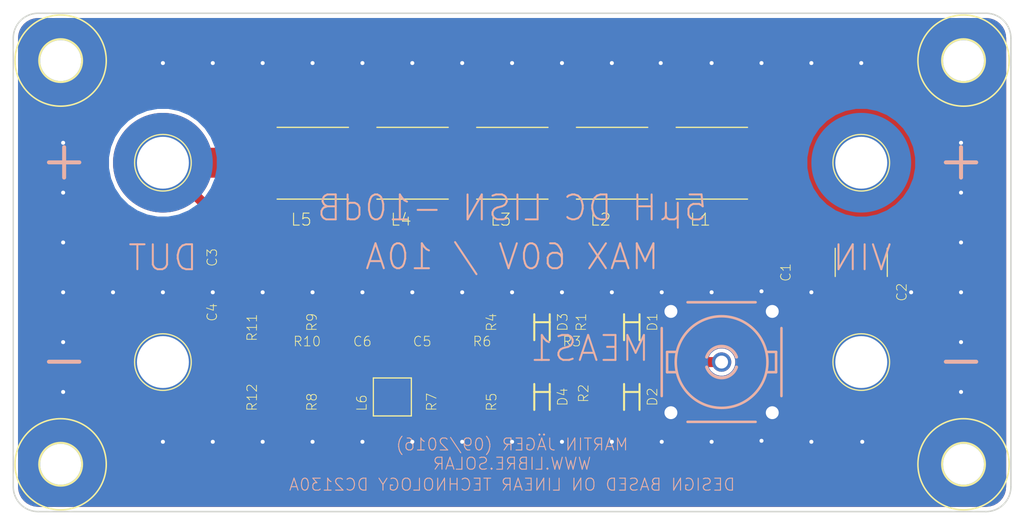
<source format=kicad_pcb>
(kicad_pcb (version 20171130) (host pcbnew "(5.1.0-0)")

  (general
    (thickness 1.6)
    (drawings 19)
    (tracks 99)
    (zones 0)
    (modules 37)
    (nets 15)
  )

  (page A4)
  (layers
    (0 Top signal)
    (31 Bottom signal)
    (32 B.Adhes user)
    (33 F.Adhes user)
    (34 B.Paste user)
    (35 F.Paste user)
    (36 B.SilkS user)
    (37 F.SilkS user)
    (38 B.Mask user)
    (39 F.Mask user)
    (40 Dwgs.User user)
    (41 Cmts.User user)
    (42 Eco1.User user)
    (43 Eco2.User user)
    (44 Edge.Cuts user)
    (45 Margin user)
    (46 B.CrtYd user)
    (47 F.CrtYd user)
    (48 B.Fab user)
    (49 F.Fab user hide)
  )

  (setup
    (last_trace_width 0.25)
    (trace_clearance 0.2)
    (zone_clearance 0.4)
    (zone_45_only yes)
    (trace_min 0.2)
    (via_size 0.8)
    (via_drill 0.4)
    (via_min_size 0.4)
    (via_min_drill 0.3)
    (uvia_size 0.3)
    (uvia_drill 0.1)
    (uvias_allowed no)
    (uvia_min_size 0.2)
    (uvia_min_drill 0.1)
    (edge_width 0.05)
    (segment_width 0.2)
    (pcb_text_width 0.3)
    (pcb_text_size 1.5 1.5)
    (mod_edge_width 0.12)
    (mod_text_size 1 1)
    (mod_text_width 0.15)
    (pad_size 1.524 1.524)
    (pad_drill 0.762)
    (pad_to_mask_clearance 0.051)
    (solder_mask_min_width 0.25)
    (aux_axis_origin 0 0)
    (visible_elements FFFFFF7F)
    (pcbplotparams
      (layerselection 0x010fc_ffffffff)
      (usegerberextensions false)
      (usegerberattributes false)
      (usegerberadvancedattributes false)
      (creategerberjobfile false)
      (excludeedgelayer true)
      (linewidth 0.100000)
      (plotframeref false)
      (viasonmask false)
      (mode 1)
      (useauxorigin false)
      (hpglpennumber 1)
      (hpglpenspeed 20)
      (hpglpendiameter 15.000000)
      (psnegative false)
      (psa4output false)
      (plotreference true)
      (plotvalue true)
      (plotinvisibletext false)
      (padsonsilk false)
      (subtractmaskfromsilk false)
      (outputformat 1)
      (mirror false)
      (drillshape 1)
      (scaleselection 1)
      (outputdirectory ""))
  )

  (net 0 "")
  (net 1 GND)
  (net 2 "Net-(L1-Pad2)")
  (net 3 "Net-(C1-Pad1)")
  (net 4 "Net-(L2-Pad2)")
  (net 5 "Net-(L3-Pad2)")
  (net 6 "Net-(L4-Pad2)")
  (net 7 "Net-(C3-Pad1)")
  (net 8 "Net-(C3-Pad2)")
  (net 9 "Net-(D1-PadA)")
  (net 10 "Net-(D3-PadA)")
  (net 11 "Net-(C5-Pad1)")
  (net 12 "Net-(C5-Pad2)")
  (net 13 "Net-(C6-Pad2)")
  (net 14 "Net-(C4-Pad2)")

  (net_class Default "This is the default net class."
    (clearance 0.2)
    (trace_width 0.25)
    (via_dia 0.8)
    (via_drill 0.4)
    (uvia_dia 0.3)
    (uvia_drill 0.1)
    (add_net GND)
    (add_net "Net-(C1-Pad1)")
    (add_net "Net-(C3-Pad1)")
    (add_net "Net-(C3-Pad2)")
    (add_net "Net-(C4-Pad2)")
    (add_net "Net-(C5-Pad1)")
    (add_net "Net-(C5-Pad2)")
    (add_net "Net-(C6-Pad2)")
    (add_net "Net-(D1-PadA)")
    (add_net "Net-(D3-PadA)")
    (add_net "Net-(L1-Pad2)")
    (add_net "Net-(L2-Pad2)")
    (add_net "Net-(L3-Pad2)")
    (add_net "Net-(L4-Pad2)")
  )

  (module Capacitor_SMD:C_2220_5650Metric (layer Top) (tedit 5B301BBE) (tstamp 5CBDAB6E)
    (at 185 105 90)
    (descr "Capacitor SMD 2220 (5650 Metric), square (rectangular) end terminal, IPC_7351 nominal, (Body size from: http://datasheets.avx.com/AVX-HV_MLCC.pdf), generated with kicad-footprint-generator")
    (tags capacitor)
    (path /544A10D139FF0AA9)
    (attr smd)
    (fp_text reference C2 (at -2 3.5 270) (layer F.SilkS)
      (effects (font (size 0.9652 0.9652) (thickness 0.077216)) (justify right top))
    )
    (fp_text value 22u (at -2.15 3.275 90) (layer F.Fab)
      (effects (font (size 0.9652 0.9652) (thickness 0.077216)) (justify left bottom))
    )
    (fp_text user %R (at 0 0 90) (layer F.Fab)
      (effects (font (size 1 1) (thickness 0.15)))
    )
    (fp_line (start 3.7 2.95) (end -3.7 2.95) (layer F.CrtYd) (width 0.05))
    (fp_line (start 3.7 -2.95) (end 3.7 2.95) (layer F.CrtYd) (width 0.05))
    (fp_line (start -3.7 -2.95) (end 3.7 -2.95) (layer F.CrtYd) (width 0.05))
    (fp_line (start -3.7 2.95) (end -3.7 -2.95) (layer F.CrtYd) (width 0.05))
    (fp_line (start -1.415748 2.61) (end 1.415748 2.61) (layer F.SilkS) (width 0.12))
    (fp_line (start -1.415748 -2.61) (end 1.415748 -2.61) (layer F.SilkS) (width 0.12))
    (fp_line (start 2.85 2.5) (end -2.85 2.5) (layer F.Fab) (width 0.1))
    (fp_line (start 2.85 -2.5) (end 2.85 2.5) (layer F.Fab) (width 0.1))
    (fp_line (start -2.85 -2.5) (end 2.85 -2.5) (layer F.Fab) (width 0.1))
    (fp_line (start -2.85 2.5) (end -2.85 -2.5) (layer F.Fab) (width 0.1))
    (pad 2 smd roundrect (at 2.55 0 90) (size 1.8 5.4) (layers Top F.Paste F.Mask) (roundrect_rratio 0.138889))
    (pad 1 smd roundrect (at -2.55 0 90) (size 1.8 5.4) (layers Top F.Paste F.Mask) (roundrect_rratio 0.138889))
    (model ${KISYS3DMOD}/Capacitor_SMD.3dshapes/C_2220_5650Metric.wrl
      (at (xyz 0 0 0))
      (scale (xyz 1 1 1))
      (rotate (xyz 0 0 0))
    )
  )

  (module 5uH_LISN:C1210 (layer Top) (tedit 0) (tstamp 5CBDAB60)
    (at 180 105 270)
    (descr <b>CAPACITOR</b>)
    (path /C018380228163606)
    (fp_text reference C1 (at 2 2 90) (layer F.SilkS)
      (effects (font (size 0.9652 0.9652) (thickness 0.077216)) (justify left bottom))
    )
    (fp_text value 4.7u (at -1.905 3.175 90) (layer F.Fab)
      (effects (font (size 1.2065 1.2065) (thickness 0.09652)) (justify right top))
    )
    (fp_poly (pts (xy -0.1999 0.4001) (xy 0.1999 0.4001) (xy 0.1999 -0.4001) (xy -0.1999 -0.4001)) (layer F.Adhes) (width 0))
    (fp_poly (pts (xy 0.9517 1.3045) (xy 1.7018 1.3045) (xy 1.7018 -1.2954) (xy 0.9517 -1.2954)) (layer F.Fab) (width 0))
    (fp_poly (pts (xy -1.7018 1.2954) (xy -0.9517 1.2954) (xy -0.9517 -1.3045) (xy -1.7018 -1.3045)) (layer F.Fab) (width 0))
    (fp_line (start 2.473 -1.483) (end 2.473 1.483) (layer Dwgs.User) (width 0.0508))
    (fp_line (start -0.9652 1.2446) (end 0.9652 1.2446) (layer F.Fab) (width 0.1016))
    (fp_line (start -0.9652 -1.2446) (end 0.9652 -1.2446) (layer F.Fab) (width 0.1016))
    (fp_line (start -2.473 1.483) (end -2.473 -1.483) (layer Dwgs.User) (width 0.0508))
    (fp_line (start 2.473 1.483) (end -2.473 1.483) (layer Dwgs.User) (width 0.0508))
    (fp_line (start -2.473 -1.483) (end 2.473 -1.483) (layer Dwgs.User) (width 0.0508))
    (pad 2 smd rect (at 1.4 0 270) (size 1.6 2.7) (layers Top F.Paste F.Mask)
      (net 1 GND) (solder_mask_margin 0.1016))
    (pad 1 smd rect (at -1.4 0 270) (size 1.6 2.7) (layers Top F.Paste F.Mask)
      (net 3 "Net-(C1-Pad1)") (solder_mask_margin 0.1016))
  )

  (module 5uH_LISN:C1206 (layer Top) (tedit 0) (tstamp 5CBDAB86)
    (at 122 104 270)
    (descr <b>CAPACITOR</b>)
    (path /332E439F742C1862)
    (fp_text reference C3 (at 1.5 1.5 90) (layer F.SilkS)
      (effects (font (size 0.9652 0.9652) (thickness 0.077216)) (justify left bottom))
    )
    (fp_text value 0.1u (at -1.27 2.54 90) (layer F.Fab)
      (effects (font (size 1.2065 1.2065) (thickness 0.09652)) (justify right top))
    )
    (fp_poly (pts (xy -0.1999 0.4001) (xy 0.1999 0.4001) (xy 0.1999 -0.4001) (xy -0.1999 -0.4001)) (layer F.Adhes) (width 0))
    (fp_poly (pts (xy 0.9517 0.8491) (xy 1.7018 0.8491) (xy 1.7018 -0.8509) (xy 0.9517 -0.8509)) (layer F.Fab) (width 0))
    (fp_poly (pts (xy -1.7018 0.8509) (xy -0.9517 0.8509) (xy -0.9517 -0.8491) (xy -1.7018 -0.8491)) (layer F.Fab) (width 0))
    (fp_line (start -0.965 0.787) (end 0.965 0.787) (layer F.Fab) (width 0.1016))
    (fp_line (start -0.965 -0.787) (end 0.965 -0.787) (layer F.Fab) (width 0.1016))
    (fp_line (start 2.473 -0.983) (end 2.473 0.983) (layer Dwgs.User) (width 0.0508))
    (fp_line (start -2.473 0.983) (end -2.473 -0.983) (layer Dwgs.User) (width 0.0508))
    (fp_line (start 2.473 0.983) (end -2.473 0.983) (layer Dwgs.User) (width 0.0508))
    (fp_line (start -2.473 -0.983) (end 2.473 -0.983) (layer Dwgs.User) (width 0.0508))
    (pad 2 smd rect (at 1.4 0 270) (size 1.6 1.8) (layers Top F.Paste F.Mask)
      (net 8 "Net-(C3-Pad2)") (solder_mask_margin 0.1016))
    (pad 1 smd rect (at -1.4 0 270) (size 1.6 1.8) (layers Top F.Paste F.Mask)
      (net 7 "Net-(C3-Pad1)") (solder_mask_margin 0.1016))
  )

  (module 5uH_LISN:WE-HCI_7030_7040_7050 (layer Top) (tedit 0) (tstamp 5CBDAB94)
    (at 170 95 180)
    (descr "SMD-Flat Wire High Current Inductor WE-HCI")
    (path /40E09D701612A9AD)
    (fp_text reference L1 (at 0 -5) (layer F.SilkS)
      (effects (font (size 1.2065 1.2065) (thickness 0.09652)) (justify right top))
    )
    (fp_text value 1.1µH (at -3.5 -4) (layer F.Fab)
      (effects (font (size 1.2065 1.2065) (thickness 0.09652)) (justify right top))
    )
    (fp_line (start 4 -4) (end -4 -4) (layer Dwgs.User) (width 0.127))
    (fp_line (start 4 4) (end 4 -4) (layer Dwgs.User) (width 0.127))
    (fp_line (start -4 4) (end 4 4) (layer Dwgs.User) (width 0.127))
    (fp_line (start -4 -4) (end -4 4) (layer Dwgs.User) (width 0.127))
    (fp_poly (pts (xy -0.5 0.25) (xy 0.5001 0.25) (xy 0.5001 -0.2501) (xy -0.5 -0.2501)) (layer F.Fab) (width 0))
    (fp_line (start -2.5 0) (end 2.5 0) (layer F.Fab) (width 0.127))
    (fp_line (start 3.6 -3.6) (end 3.6 3.5) (layer F.Fab) (width 0.127))
    (fp_line (start -3.6 -3.6) (end -3.6 3.5) (layer F.Fab) (width 0.127))
    (fp_line (start -3.6 3.55) (end 3.55 3.55) (layer F.SilkS) (width 0.127))
    (fp_line (start -3.6 -3.65) (end 3.55 -3.65) (layer F.SilkS) (width 0.127))
    (pad 2 smd rect (at 2.45 0) (size 2.5 3) (layers Top F.Paste F.Mask)
      (net 2 "Net-(L1-Pad2)") (solder_mask_margin 0.1016))
    (pad 1 smd rect (at -2.45 0) (size 2.5 3) (layers Top F.Paste F.Mask)
      (net 3 "Net-(C1-Pad1)") (solder_mask_margin 0.1016))
  )

  (module 5uH_LISN:WE-HCI_7030_7040_7050 (layer Top) (tedit 0) (tstamp 5CBDABA3)
    (at 160 95 180)
    (descr "SMD-Flat Wire High Current Inductor WE-HCI")
    (path /2547D727674F36F1)
    (fp_text reference L2 (at 0 -5) (layer F.SilkS)
      (effects (font (size 1.2065 1.2065) (thickness 0.09652)) (justify right top))
    )
    (fp_text value 1.1µH (at -3.5 -4) (layer F.Fab)
      (effects (font (size 1.2065 1.2065) (thickness 0.09652)) (justify right top))
    )
    (fp_line (start 4 -4) (end -4 -4) (layer Dwgs.User) (width 0.127))
    (fp_line (start 4 4) (end 4 -4) (layer Dwgs.User) (width 0.127))
    (fp_line (start -4 4) (end 4 4) (layer Dwgs.User) (width 0.127))
    (fp_line (start -4 -4) (end -4 4) (layer Dwgs.User) (width 0.127))
    (fp_poly (pts (xy -0.5 0.25) (xy 0.5001 0.25) (xy 0.5001 -0.2501) (xy -0.5 -0.2501)) (layer F.Fab) (width 0))
    (fp_line (start -2.5 0) (end 2.5 0) (layer F.Fab) (width 0.127))
    (fp_line (start 3.6 -3.6) (end 3.6 3.5) (layer F.Fab) (width 0.127))
    (fp_line (start -3.6 -3.6) (end -3.6 3.5) (layer F.Fab) (width 0.127))
    (fp_line (start -3.6 3.55) (end 3.55 3.55) (layer F.SilkS) (width 0.127))
    (fp_line (start -3.6 -3.65) (end 3.55 -3.65) (layer F.SilkS) (width 0.127))
    (pad 2 smd rect (at 2.45 0) (size 2.5 3) (layers Top F.Paste F.Mask)
      (net 4 "Net-(L2-Pad2)") (solder_mask_margin 0.1016))
    (pad 1 smd rect (at -2.45 0) (size 2.5 3) (layers Top F.Paste F.Mask)
      (net 2 "Net-(L1-Pad2)") (solder_mask_margin 0.1016))
  )

  (module 5uH_LISN:WE-HCI_7030_7040_7050 (layer Top) (tedit 0) (tstamp 5CBDABB2)
    (at 150.0011 95.0036 180)
    (descr "SMD-Flat Wire High Current Inductor WE-HCI")
    (path /D79D4B7944595545)
    (fp_text reference L3 (at 0.0011 -4.9964) (layer F.SilkS)
      (effects (font (size 1.2065 1.2065) (thickness 0.09652)) (justify right top))
    )
    (fp_text value 1.1µH (at -3.5 -4) (layer F.Fab)
      (effects (font (size 1.2065 1.2065) (thickness 0.09652)) (justify right top))
    )
    (fp_line (start 4 -4) (end -4 -4) (layer Dwgs.User) (width 0.127))
    (fp_line (start 4 4) (end 4 -4) (layer Dwgs.User) (width 0.127))
    (fp_line (start -4 4) (end 4 4) (layer Dwgs.User) (width 0.127))
    (fp_line (start -4 -4) (end -4 4) (layer Dwgs.User) (width 0.127))
    (fp_poly (pts (xy -0.5 0.25) (xy 0.5001 0.25) (xy 0.5001 -0.2501) (xy -0.5 -0.2501)) (layer F.Fab) (width 0))
    (fp_line (start -2.5 0) (end 2.5 0) (layer F.Fab) (width 0.127))
    (fp_line (start 3.6 -3.6) (end 3.6 3.5) (layer F.Fab) (width 0.127))
    (fp_line (start -3.6 -3.6) (end -3.6 3.5) (layer F.Fab) (width 0.127))
    (fp_line (start -3.6 3.55) (end 3.55 3.55) (layer F.SilkS) (width 0.127))
    (fp_line (start -3.6 -3.65) (end 3.55 -3.65) (layer F.SilkS) (width 0.127))
    (pad 2 smd rect (at 2.45 0) (size 2.5 3) (layers Top F.Paste F.Mask)
      (net 5 "Net-(L3-Pad2)") (solder_mask_margin 0.1016))
    (pad 1 smd rect (at -2.45 0) (size 2.5 3) (layers Top F.Paste F.Mask)
      (net 4 "Net-(L2-Pad2)") (solder_mask_margin 0.1016))
  )

  (module 5uH_LISN:WE-HCI_7030_7040_7050 (layer Top) (tedit 0) (tstamp 5CBDABC1)
    (at 140 95 180)
    (descr "SMD-Flat Wire High Current Inductor WE-HCI")
    (path /6AFD943150C3F7AD)
    (fp_text reference L4 (at 0 -5) (layer F.SilkS)
      (effects (font (size 1.2065 1.2065) (thickness 0.09652)) (justify right top))
    )
    (fp_text value 1.1µH (at -3.5 -4) (layer F.Fab)
      (effects (font (size 1.2065 1.2065) (thickness 0.09652)) (justify right top))
    )
    (fp_line (start 4 -4) (end -4 -4) (layer Dwgs.User) (width 0.127))
    (fp_line (start 4 4) (end 4 -4) (layer Dwgs.User) (width 0.127))
    (fp_line (start -4 4) (end 4 4) (layer Dwgs.User) (width 0.127))
    (fp_line (start -4 -4) (end -4 4) (layer Dwgs.User) (width 0.127))
    (fp_poly (pts (xy -0.5 0.25) (xy 0.5001 0.25) (xy 0.5001 -0.2501) (xy -0.5 -0.2501)) (layer F.Fab) (width 0))
    (fp_line (start -2.5 0) (end 2.5 0) (layer F.Fab) (width 0.127))
    (fp_line (start 3.6 -3.6) (end 3.6 3.5) (layer F.Fab) (width 0.127))
    (fp_line (start -3.6 -3.6) (end -3.6 3.5) (layer F.Fab) (width 0.127))
    (fp_line (start -3.6 3.55) (end 3.55 3.55) (layer F.SilkS) (width 0.127))
    (fp_line (start -3.6 -3.65) (end 3.55 -3.65) (layer F.SilkS) (width 0.127))
    (pad 2 smd rect (at 2.45 0) (size 2.5 3) (layers Top F.Paste F.Mask)
      (net 6 "Net-(L4-Pad2)") (solder_mask_margin 0.1016))
    (pad 1 smd rect (at -2.45 0) (size 2.5 3) (layers Top F.Paste F.Mask)
      (net 5 "Net-(L3-Pad2)") (solder_mask_margin 0.1016))
  )

  (module 5uH_LISN:WE-HCI_7030_7040_7050 (layer Top) (tedit 0) (tstamp 5CBDABD0)
    (at 130 95 180)
    (descr "SMD-Flat Wire High Current Inductor WE-HCI")
    (path /5954536F8F5BA7C8)
    (fp_text reference L5 (at 0 -5) (layer F.SilkS)
      (effects (font (size 1.2065 1.2065) (thickness 0.09652)) (justify right top))
    )
    (fp_text value 1.1µH (at -3.5 -4) (layer F.Fab)
      (effects (font (size 1.2065 1.2065) (thickness 0.09652)) (justify right top))
    )
    (fp_line (start 4 -4) (end -4 -4) (layer Dwgs.User) (width 0.127))
    (fp_line (start 4 4) (end 4 -4) (layer Dwgs.User) (width 0.127))
    (fp_line (start -4 4) (end 4 4) (layer Dwgs.User) (width 0.127))
    (fp_line (start -4 -4) (end -4 4) (layer Dwgs.User) (width 0.127))
    (fp_poly (pts (xy -0.5 0.25) (xy 0.5001 0.25) (xy 0.5001 -0.2501) (xy -0.5 -0.2501)) (layer F.Fab) (width 0))
    (fp_line (start -2.5 0) (end 2.5 0) (layer F.Fab) (width 0.127))
    (fp_line (start 3.6 -3.6) (end 3.6 3.5) (layer F.Fab) (width 0.127))
    (fp_line (start -3.6 -3.6) (end -3.6 3.5) (layer F.Fab) (width 0.127))
    (fp_line (start -3.6 3.55) (end 3.55 3.55) (layer F.SilkS) (width 0.127))
    (fp_line (start -3.6 -3.65) (end 3.55 -3.65) (layer F.SilkS) (width 0.127))
    (pad 2 smd rect (at 2.45 0) (size 2.5 3) (layers Top F.Paste F.Mask)
      (net 7 "Net-(C3-Pad1)") (solder_mask_margin 0.1016))
    (pad 1 smd rect (at -2.45 0) (size 2.5 3) (layers Top F.Paste F.Mask)
      (net 6 "Net-(L4-Pad2)") (solder_mask_margin 0.1016))
  )

  (module 5uH_LISN:R0805 (layer Top) (tedit 0) (tstamp 5CBDABDF)
    (at 159 111.5 270)
    (descr <b>RESISTOR</b><p>)
    (path /6730AE470D4EAC46)
    (fp_text reference R1 (at 0.5 1.5 90) (layer F.SilkS)
      (effects (font (size 0.9652 0.9652) (thickness 0.077216)) (justify left bottom))
    )
    (fp_text value 910 (at -0.635 2.54 90) (layer F.Fab)
      (effects (font (size 1.2065 1.2065) (thickness 0.09652)) (justify right top))
    )
    (fp_poly (pts (xy -0.1999 0.5001) (xy 0.1999 0.5001) (xy 0.1999 -0.5001) (xy -0.1999 -0.5001)) (layer F.Adhes) (width 0))
    (fp_poly (pts (xy -1.0668 0.6985) (xy -0.4168 0.6985) (xy -0.4168 -0.7015) (xy -1.0668 -0.7015)) (layer F.Fab) (width 0))
    (fp_poly (pts (xy 0.4064 0.6985) (xy 1.0564 0.6985) (xy 1.0564 -0.7015) (xy 0.4064 -0.7015)) (layer F.Fab) (width 0))
    (fp_line (start -1.973 0.983) (end -1.973 -0.983) (layer Dwgs.User) (width 0.0508))
    (fp_line (start 1.973 0.983) (end -1.973 0.983) (layer Dwgs.User) (width 0.0508))
    (fp_line (start 1.973 -0.983) (end 1.973 0.983) (layer Dwgs.User) (width 0.0508))
    (fp_line (start -1.973 -0.983) (end 1.973 -0.983) (layer Dwgs.User) (width 0.0508))
    (fp_line (start -0.41 0.635) (end 0.41 0.635) (layer F.Fab) (width 0.1524))
    (fp_line (start -0.41 -0.635) (end 0.41 -0.635) (layer F.Fab) (width 0.1524))
    (pad 2 smd rect (at 0.95 0 270) (size 1.3 1.5) (layers Top F.Paste F.Mask)
      (net 9 "Net-(D1-PadA)") (solder_mask_margin 0.1016))
    (pad 1 smd rect (at -0.95 0 270) (size 1.3 1.5) (layers Top F.Paste F.Mask)
      (net 1 GND) (solder_mask_margin 0.1016))
  )

  (module 5uH_LISN:SOD-123 (layer Top) (tedit 0) (tstamp 5CBDABED)
    (at 162 111.5 270)
    (descr "100V/150mA 1N4148 - Super Cheap")
    (path /21CC82FCD544EE27)
    (fp_text reference D1 (at -1.5 -1.5 90) (layer F.SilkS)
      (effects (font (size 0.9652 0.9652) (thickness 0.077216)) (justify right top))
    )
    (fp_text value 1N4148W (at -1.016 1.397 90) (layer F.Fab)
      (effects (font (size 0.38608 0.38608) (thickness 0.030886)) (justify right top))
    )
    (fp_line (start -1.35 0.775) (end -1.35 -0.775) (layer F.Fab) (width 0.127))
    (fp_line (start 1.35 0.775) (end -1.35 0.775) (layer F.Fab) (width 0.127))
    (fp_line (start 1.35 -0.775) (end 1.35 0.775) (layer F.Fab) (width 0.127))
    (fp_line (start -1.35 -0.775) (end 1.35 -0.775) (layer F.Fab) (width 0.127))
    (fp_line (start -0.5 -0.775) (end -0.5 0.775) (layer F.SilkS) (width 0.2032))
    (fp_line (start -0.5 0.775) (end 1.3 0.775) (layer F.SilkS) (width 0.2032))
    (fp_line (start -1.3 0.775) (end -0.5 0.775) (layer F.SilkS) (width 0.2032))
    (fp_line (start -0.5 -0.775) (end 1.3 -0.775) (layer F.SilkS) (width 0.2032))
    (fp_line (start -1.3 -0.775) (end -0.5 -0.775) (layer F.SilkS) (width 0.2032))
    (pad A smd rect (at 1.575 0 270) (size 0.9 0.95) (layers Top F.Paste F.Mask)
      (net 9 "Net-(D1-PadA)") (solder_mask_margin 0.1016))
    (pad C smd rect (at -1.575 0 270) (size 0.9 0.95) (layers Top F.Paste F.Mask)
      (net 1 GND) (solder_mask_margin 0.1016))
  )

  (module 5uH_LISN:R0805 (layer Top) (tedit 0) (tstamp 5CBDABFB)
    (at 159 118.5 90)
    (descr <b>RESISTOR</b><p>)
    (path /4A2348D35CA4ED8)
    (fp_text reference R2 (at -0.635 -1.27 90) (layer F.SilkS)
      (effects (font (size 0.9652 0.9652) (thickness 0.077216)) (justify left bottom))
    )
    (fp_text value 820 (at -0.635 2.54 90) (layer F.Fab)
      (effects (font (size 1.2065 1.2065) (thickness 0.09652)) (justify left bottom))
    )
    (fp_poly (pts (xy -0.1999 0.5001) (xy 0.1999 0.5001) (xy 0.1999 -0.5001) (xy -0.1999 -0.5001)) (layer F.Adhes) (width 0))
    (fp_poly (pts (xy -1.0668 0.6985) (xy -0.4168 0.6985) (xy -0.4168 -0.7015) (xy -1.0668 -0.7015)) (layer F.Fab) (width 0))
    (fp_poly (pts (xy 0.4064 0.6985) (xy 1.0564 0.6985) (xy 1.0564 -0.7015) (xy 0.4064 -0.7015)) (layer F.Fab) (width 0))
    (fp_line (start -1.973 0.983) (end -1.973 -0.983) (layer Dwgs.User) (width 0.0508))
    (fp_line (start 1.973 0.983) (end -1.973 0.983) (layer Dwgs.User) (width 0.0508))
    (fp_line (start 1.973 -0.983) (end 1.973 0.983) (layer Dwgs.User) (width 0.0508))
    (fp_line (start -1.973 -0.983) (end 1.973 -0.983) (layer Dwgs.User) (width 0.0508))
    (fp_line (start -0.41 0.635) (end 0.41 0.635) (layer F.Fab) (width 0.1524))
    (fp_line (start -0.41 -0.635) (end 0.41 -0.635) (layer F.Fab) (width 0.1524))
    (pad 2 smd rect (at 0.95 0 90) (size 1.3 1.5) (layers Top F.Paste F.Mask)
      (net 9 "Net-(D1-PadA)") (solder_mask_margin 0.1016))
    (pad 1 smd rect (at -0.95 0 90) (size 1.3 1.5) (layers Top F.Paste F.Mask)
      (net 1 GND) (solder_mask_margin 0.1016))
  )

  (module 5uH_LISN:R0805 (layer Top) (tedit 0) (tstamp 5CBDBF65)
    (at 156 115 180)
    (descr <b>RESISTOR</b><p>)
    (path /AE841D62CD3893A2)
    (fp_text reference R3 (at 1 1.5) (layer F.SilkS)
      (effects (font (size 0.9652 0.9652) (thickness 0.077216)) (justify left bottom))
    )
    (fp_text value 12 (at -0.635 2.54) (layer F.Fab)
      (effects (font (size 1.2065 1.2065) (thickness 0.09652)) (justify right top))
    )
    (fp_poly (pts (xy -0.1999 0.5001) (xy 0.1999 0.5001) (xy 0.1999 -0.5001) (xy -0.1999 -0.5001)) (layer F.Adhes) (width 0))
    (fp_poly (pts (xy -1.0668 0.6985) (xy -0.4168 0.6985) (xy -0.4168 -0.7015) (xy -1.0668 -0.7015)) (layer F.Fab) (width 0))
    (fp_poly (pts (xy 0.4064 0.6985) (xy 1.0564 0.6985) (xy 1.0564 -0.7015) (xy 0.4064 -0.7015)) (layer F.Fab) (width 0))
    (fp_line (start -1.973 0.983) (end -1.973 -0.983) (layer Dwgs.User) (width 0.0508))
    (fp_line (start 1.973 0.983) (end -1.973 0.983) (layer Dwgs.User) (width 0.0508))
    (fp_line (start 1.973 -0.983) (end 1.973 0.983) (layer Dwgs.User) (width 0.0508))
    (fp_line (start -1.973 -0.983) (end 1.973 -0.983) (layer Dwgs.User) (width 0.0508))
    (fp_line (start -0.41 0.635) (end 0.41 0.635) (layer F.Fab) (width 0.1524))
    (fp_line (start -0.41 -0.635) (end 0.41 -0.635) (layer F.Fab) (width 0.1524))
    (pad 2 smd rect (at 0.95 0 180) (size 1.3 1.5) (layers Top F.Paste F.Mask)
      (net 10 "Net-(D3-PadA)") (solder_mask_margin 0.1016))
    (pad 1 smd rect (at -0.95 0 180) (size 1.3 1.5) (layers Top F.Paste F.Mask)
      (net 9 "Net-(D1-PadA)") (solder_mask_margin 0.1016))
  )

  (module 5uH_LISN:R0805 (layer Top) (tedit 0) (tstamp 5CBDAC17)
    (at 150 111.5 270)
    (descr <b>RESISTOR</b><p>)
    (path /870DEB6B43C1CB7F)
    (fp_text reference R4 (at 0.5 1.5 90) (layer F.SilkS)
      (effects (font (size 0.9652 0.9652) (thickness 0.077216)) (justify left bottom))
    )
    (fp_text value 240 (at -0.635 2.54 90) (layer F.Fab)
      (effects (font (size 1.2065 1.2065) (thickness 0.09652)) (justify right top))
    )
    (fp_poly (pts (xy -0.1999 0.5001) (xy 0.1999 0.5001) (xy 0.1999 -0.5001) (xy -0.1999 -0.5001)) (layer F.Adhes) (width 0))
    (fp_poly (pts (xy -1.0668 0.6985) (xy -0.4168 0.6985) (xy -0.4168 -0.7015) (xy -1.0668 -0.7015)) (layer F.Fab) (width 0))
    (fp_poly (pts (xy 0.4064 0.6985) (xy 1.0564 0.6985) (xy 1.0564 -0.7015) (xy 0.4064 -0.7015)) (layer F.Fab) (width 0))
    (fp_line (start -1.973 0.983) (end -1.973 -0.983) (layer Dwgs.User) (width 0.0508))
    (fp_line (start 1.973 0.983) (end -1.973 0.983) (layer Dwgs.User) (width 0.0508))
    (fp_line (start 1.973 -0.983) (end 1.973 0.983) (layer Dwgs.User) (width 0.0508))
    (fp_line (start -1.973 -0.983) (end 1.973 -0.983) (layer Dwgs.User) (width 0.0508))
    (fp_line (start -0.41 0.635) (end 0.41 0.635) (layer F.Fab) (width 0.1524))
    (fp_line (start -0.41 -0.635) (end 0.41 -0.635) (layer F.Fab) (width 0.1524))
    (pad 2 smd rect (at 0.95 0 270) (size 1.3 1.5) (layers Top F.Paste F.Mask)
      (net 10 "Net-(D3-PadA)") (solder_mask_margin 0.1016))
    (pad 1 smd rect (at -0.95 0 270) (size 1.3 1.5) (layers Top F.Paste F.Mask)
      (net 1 GND) (solder_mask_margin 0.1016))
  )

  (module 5uH_LISN:R0805 (layer Top) (tedit 0) (tstamp 5CBDAC25)
    (at 150 118.5 90)
    (descr <b>RESISTOR</b><p>)
    (path /182E94ED3A4EBAD5)
    (fp_text reference R5 (at -1.5 -1.5 90) (layer F.SilkS)
      (effects (font (size 0.9652 0.9652) (thickness 0.077216)) (justify left bottom))
    )
    (fp_text value 270 (at -0.635 2.54 90) (layer F.Fab)
      (effects (font (size 1.2065 1.2065) (thickness 0.09652)) (justify left bottom))
    )
    (fp_poly (pts (xy -0.1999 0.5001) (xy 0.1999 0.5001) (xy 0.1999 -0.5001) (xy -0.1999 -0.5001)) (layer F.Adhes) (width 0))
    (fp_poly (pts (xy -1.0668 0.6985) (xy -0.4168 0.6985) (xy -0.4168 -0.7015) (xy -1.0668 -0.7015)) (layer F.Fab) (width 0))
    (fp_poly (pts (xy 0.4064 0.6985) (xy 1.0564 0.6985) (xy 1.0564 -0.7015) (xy 0.4064 -0.7015)) (layer F.Fab) (width 0))
    (fp_line (start -1.973 0.983) (end -1.973 -0.983) (layer Dwgs.User) (width 0.0508))
    (fp_line (start 1.973 0.983) (end -1.973 0.983) (layer Dwgs.User) (width 0.0508))
    (fp_line (start 1.973 -0.983) (end 1.973 0.983) (layer Dwgs.User) (width 0.0508))
    (fp_line (start -1.973 -0.983) (end 1.973 -0.983) (layer Dwgs.User) (width 0.0508))
    (fp_line (start -0.41 0.635) (end 0.41 0.635) (layer F.Fab) (width 0.1524))
    (fp_line (start -0.41 -0.635) (end 0.41 -0.635) (layer F.Fab) (width 0.1524))
    (pad 2 smd rect (at 0.95 0 90) (size 1.3 1.5) (layers Top F.Paste F.Mask)
      (net 10 "Net-(D3-PadA)") (solder_mask_margin 0.1016))
    (pad 1 smd rect (at -0.95 0 90) (size 1.3 1.5) (layers Top F.Paste F.Mask)
      (net 1 GND) (solder_mask_margin 0.1016))
  )

  (module 5uH_LISN:R0805 (layer Top) (tedit 0) (tstamp 5CBDAC33)
    (at 147 115 180)
    (descr <b>RESISTOR</b><p>)
    (path /EE6701B4A19C32E2)
    (fp_text reference R6 (at 1 1.5) (layer F.SilkS)
      (effects (font (size 0.9652 0.9652) (thickness 0.077216)) (justify left bottom))
    )
    (fp_text value 30 (at -0.635 2.54) (layer F.Fab)
      (effects (font (size 1.2065 1.2065) (thickness 0.09652)) (justify right top))
    )
    (fp_poly (pts (xy -0.1999 0.5001) (xy 0.1999 0.5001) (xy 0.1999 -0.5001) (xy -0.1999 -0.5001)) (layer F.Adhes) (width 0))
    (fp_poly (pts (xy -1.0668 0.6985) (xy -0.4168 0.6985) (xy -0.4168 -0.7015) (xy -1.0668 -0.7015)) (layer F.Fab) (width 0))
    (fp_poly (pts (xy 0.4064 0.6985) (xy 1.0564 0.6985) (xy 1.0564 -0.7015) (xy 0.4064 -0.7015)) (layer F.Fab) (width 0))
    (fp_line (start -1.973 0.983) (end -1.973 -0.983) (layer Dwgs.User) (width 0.0508))
    (fp_line (start 1.973 0.983) (end -1.973 0.983) (layer Dwgs.User) (width 0.0508))
    (fp_line (start 1.973 -0.983) (end 1.973 0.983) (layer Dwgs.User) (width 0.0508))
    (fp_line (start -1.973 -0.983) (end 1.973 -0.983) (layer Dwgs.User) (width 0.0508))
    (fp_line (start -0.41 0.635) (end 0.41 0.635) (layer F.Fab) (width 0.1524))
    (fp_line (start -0.41 -0.635) (end 0.41 -0.635) (layer F.Fab) (width 0.1524))
    (pad 2 smd rect (at 0.95 0 180) (size 1.3 1.5) (layers Top F.Paste F.Mask)
      (net 11 "Net-(C5-Pad1)") (solder_mask_margin 0.1016))
    (pad 1 smd rect (at -0.95 0 180) (size 1.3 1.5) (layers Top F.Paste F.Mask)
      (net 10 "Net-(D3-PadA)") (solder_mask_margin 0.1016))
  )

  (module 5uH_LISN:R0805 (layer Top) (tedit 0) (tstamp 5CBDAC41)
    (at 144 118.5 90)
    (descr <b>RESISTOR</b><p>)
    (path /7944D11A11BD8923)
    (fp_text reference R7 (at -1.5 -1.5 90) (layer F.SilkS)
      (effects (font (size 0.9652 0.9652) (thickness 0.077216)) (justify left bottom))
    )
    (fp_text value 220 (at -0.635 2.54 90) (layer F.Fab)
      (effects (font (size 1.2065 1.2065) (thickness 0.09652)) (justify left bottom))
    )
    (fp_poly (pts (xy -0.1999 0.5001) (xy 0.1999 0.5001) (xy 0.1999 -0.5001) (xy -0.1999 -0.5001)) (layer F.Adhes) (width 0))
    (fp_poly (pts (xy -1.0668 0.6985) (xy -0.4168 0.6985) (xy -0.4168 -0.7015) (xy -1.0668 -0.7015)) (layer F.Fab) (width 0))
    (fp_poly (pts (xy 0.4064 0.6985) (xy 1.0564 0.6985) (xy 1.0564 -0.7015) (xy 0.4064 -0.7015)) (layer F.Fab) (width 0))
    (fp_line (start -1.973 0.983) (end -1.973 -0.983) (layer Dwgs.User) (width 0.0508))
    (fp_line (start 1.973 0.983) (end -1.973 0.983) (layer Dwgs.User) (width 0.0508))
    (fp_line (start 1.973 -0.983) (end 1.973 0.983) (layer Dwgs.User) (width 0.0508))
    (fp_line (start -1.973 -0.983) (end 1.973 -0.983) (layer Dwgs.User) (width 0.0508))
    (fp_line (start -0.41 0.635) (end 0.41 0.635) (layer F.Fab) (width 0.1524))
    (fp_line (start -0.41 -0.635) (end 0.41 -0.635) (layer F.Fab) (width 0.1524))
    (pad 2 smd rect (at 0.95 0 90) (size 1.3 1.5) (layers Top F.Paste F.Mask)
      (net 11 "Net-(C5-Pad1)") (solder_mask_margin 0.1016))
    (pad 1 smd rect (at -0.95 0 90) (size 1.3 1.5) (layers Top F.Paste F.Mask)
      (net 1 GND) (solder_mask_margin 0.1016))
  )

  (module 5uH_LISN:SOD-123 (layer Top) (tedit 0) (tstamp 5CBDAC4F)
    (at 162 118.5 270)
    (descr "100V/150mA 1N4148 - Super Cheap")
    (path /48EA4D577BB043A0)
    (fp_text reference D2 (at -1 -1.5 90) (layer F.SilkS)
      (effects (font (size 0.9652 0.9652) (thickness 0.077216)) (justify right top))
    )
    (fp_text value 1N4148W (at -1.016 1.397 90) (layer F.Fab)
      (effects (font (size 0.38608 0.38608) (thickness 0.030886)) (justify right top))
    )
    (fp_line (start -1.35 0.775) (end -1.35 -0.775) (layer F.Fab) (width 0.127))
    (fp_line (start 1.35 0.775) (end -1.35 0.775) (layer F.Fab) (width 0.127))
    (fp_line (start 1.35 -0.775) (end 1.35 0.775) (layer F.Fab) (width 0.127))
    (fp_line (start -1.35 -0.775) (end 1.35 -0.775) (layer F.Fab) (width 0.127))
    (fp_line (start -0.5 -0.775) (end -0.5 0.775) (layer F.SilkS) (width 0.2032))
    (fp_line (start -0.5 0.775) (end 1.3 0.775) (layer F.SilkS) (width 0.2032))
    (fp_line (start -1.3 0.775) (end -0.5 0.775) (layer F.SilkS) (width 0.2032))
    (fp_line (start -0.5 -0.775) (end 1.3 -0.775) (layer F.SilkS) (width 0.2032))
    (fp_line (start -1.3 -0.775) (end -0.5 -0.775) (layer F.SilkS) (width 0.2032))
    (pad A smd rect (at 1.575 0 270) (size 0.9 0.95) (layers Top F.Paste F.Mask)
      (net 1 GND) (solder_mask_margin 0.1016))
    (pad C smd rect (at -1.575 0 270) (size 0.9 0.95) (layers Top F.Paste F.Mask)
      (net 9 "Net-(D1-PadA)") (solder_mask_margin 0.1016))
  )

  (module 5uH_LISN:C0805 (layer Top) (tedit 0) (tstamp 5CBDAC5D)
    (at 141 115 180)
    (descr <b>CAPACITOR</b><p>)
    (path /31D4A11C00E6D7A0)
    (fp_text reference C5 (at 1 1.5) (layer F.SilkS)
      (effects (font (size 0.9652 0.9652) (thickness 0.077216)) (justify left bottom))
    )
    (fp_text value 0.47µ (at -1.27 2.54) (layer F.Fab)
      (effects (font (size 1.2065 1.2065) (thickness 0.09652)) (justify right top))
    )
    (fp_poly (pts (xy -0.1001 0.4001) (xy 0.1001 0.4001) (xy 0.1001 -0.4001) (xy -0.1001 -0.4001)) (layer F.Adhes) (width 0))
    (fp_poly (pts (xy 0.3556 0.7239) (xy 1.1057 0.7239) (xy 1.1057 -0.7262) (xy 0.3556 -0.7262)) (layer F.Fab) (width 0))
    (fp_poly (pts (xy -1.0922 0.7239) (xy -0.3421 0.7239) (xy -0.3421 -0.7262) (xy -1.0922 -0.7262)) (layer F.Fab) (width 0))
    (fp_line (start 1.973 -0.983) (end 1.973 0.983) (layer Dwgs.User) (width 0.0508))
    (fp_line (start -0.356 0.66) (end 0.381 0.66) (layer F.Fab) (width 0.1016))
    (fp_line (start -0.381 -0.66) (end 0.381 -0.66) (layer F.Fab) (width 0.1016))
    (fp_line (start -1.973 0.983) (end -1.973 -0.983) (layer Dwgs.User) (width 0.0508))
    (fp_line (start 1.973 0.983) (end -1.973 0.983) (layer Dwgs.User) (width 0.0508))
    (fp_line (start -1.973 -0.983) (end 1.973 -0.983) (layer Dwgs.User) (width 0.0508))
    (pad 2 smd rect (at 0.95 0 180) (size 1.3 1.5) (layers Top F.Paste F.Mask)
      (net 12 "Net-(C5-Pad2)") (solder_mask_margin 0.1016))
    (pad 1 smd rect (at -0.95 0 180) (size 1.3 1.5) (layers Top F.Paste F.Mask)
      (net 11 "Net-(C5-Pad1)") (solder_mask_margin 0.1016))
  )

  (module 5uH_LISN:C0805 (layer Top) (tedit 0) (tstamp 5CBDAC6B)
    (at 135 115 180)
    (descr <b>CAPACITOR</b><p>)
    (path /641BFD109156B034)
    (fp_text reference C6 (at 1 1.5) (layer F.SilkS)
      (effects (font (size 0.9652 0.9652) (thickness 0.077216)) (justify left bottom))
    )
    (fp_text value 0.47µ (at -1.27 2.54) (layer F.Fab)
      (effects (font (size 1.2065 1.2065) (thickness 0.09652)) (justify right top))
    )
    (fp_poly (pts (xy -0.1001 0.4001) (xy 0.1001 0.4001) (xy 0.1001 -0.4001) (xy -0.1001 -0.4001)) (layer F.Adhes) (width 0))
    (fp_poly (pts (xy 0.3556 0.7239) (xy 1.1057 0.7239) (xy 1.1057 -0.7262) (xy 0.3556 -0.7262)) (layer F.Fab) (width 0))
    (fp_poly (pts (xy -1.0922 0.7239) (xy -0.3421 0.7239) (xy -0.3421 -0.7262) (xy -1.0922 -0.7262)) (layer F.Fab) (width 0))
    (fp_line (start 1.973 -0.983) (end 1.973 0.983) (layer Dwgs.User) (width 0.0508))
    (fp_line (start -0.356 0.66) (end 0.381 0.66) (layer F.Fab) (width 0.1016))
    (fp_line (start -0.381 -0.66) (end 0.381 -0.66) (layer F.Fab) (width 0.1016))
    (fp_line (start -1.973 0.983) (end -1.973 -0.983) (layer Dwgs.User) (width 0.0508))
    (fp_line (start 1.973 0.983) (end -1.973 0.983) (layer Dwgs.User) (width 0.0508))
    (fp_line (start -1.973 -0.983) (end 1.973 -0.983) (layer Dwgs.User) (width 0.0508))
    (pad 2 smd rect (at 0.95 0 180) (size 1.3 1.5) (layers Top F.Paste F.Mask)
      (net 13 "Net-(C6-Pad2)") (solder_mask_margin 0.1016))
    (pad 1 smd rect (at -0.95 0 180) (size 1.3 1.5) (layers Top F.Paste F.Mask)
      (net 12 "Net-(C5-Pad2)") (solder_mask_margin 0.1016))
  )

  (module 5uH_LISN:SOD-123 (layer Top) (tedit 0) (tstamp 5CBDAC79)
    (at 153 111.5 270)
    (descr "100V/150mA 1N4148 - Super Cheap")
    (path /2436DD6519C10BF7)
    (fp_text reference D3 (at -1.5 -1.5 90) (layer F.SilkS)
      (effects (font (size 0.9652 0.9652) (thickness 0.077216)) (justify right top))
    )
    (fp_text value 1N4148W (at -1.016 1.397 90) (layer F.Fab)
      (effects (font (size 0.38608 0.38608) (thickness 0.030886)) (justify right top))
    )
    (fp_line (start -1.35 0.775) (end -1.35 -0.775) (layer F.Fab) (width 0.127))
    (fp_line (start 1.35 0.775) (end -1.35 0.775) (layer F.Fab) (width 0.127))
    (fp_line (start 1.35 -0.775) (end 1.35 0.775) (layer F.Fab) (width 0.127))
    (fp_line (start -1.35 -0.775) (end 1.35 -0.775) (layer F.Fab) (width 0.127))
    (fp_line (start -0.5 -0.775) (end -0.5 0.775) (layer F.SilkS) (width 0.2032))
    (fp_line (start -0.5 0.775) (end 1.3 0.775) (layer F.SilkS) (width 0.2032))
    (fp_line (start -1.3 0.775) (end -0.5 0.775) (layer F.SilkS) (width 0.2032))
    (fp_line (start -0.5 -0.775) (end 1.3 -0.775) (layer F.SilkS) (width 0.2032))
    (fp_line (start -1.3 -0.775) (end -0.5 -0.775) (layer F.SilkS) (width 0.2032))
    (pad A smd rect (at 1.575 0 270) (size 0.9 0.95) (layers Top F.Paste F.Mask)
      (net 10 "Net-(D3-PadA)") (solder_mask_margin 0.1016))
    (pad C smd rect (at -1.575 0 270) (size 0.9 0.95) (layers Top F.Paste F.Mask)
      (net 1 GND) (solder_mask_margin 0.1016))
  )

  (module 5uH_LISN:SOD-123 (layer Top) (tedit 0) (tstamp 5CBDAC87)
    (at 153 118.5 270)
    (descr "100V/150mA 1N4148 - Super Cheap")
    (path /2E631A50FA1F7191)
    (fp_text reference D4 (at -1 -1.5 90) (layer F.SilkS)
      (effects (font (size 0.9652 0.9652) (thickness 0.077216)) (justify right top))
    )
    (fp_text value 1N4148W (at -1.016 1.397 90) (layer F.Fab)
      (effects (font (size 0.38608 0.38608) (thickness 0.030886)) (justify right top))
    )
    (fp_line (start -1.35 0.775) (end -1.35 -0.775) (layer F.Fab) (width 0.127))
    (fp_line (start 1.35 0.775) (end -1.35 0.775) (layer F.Fab) (width 0.127))
    (fp_line (start 1.35 -0.775) (end 1.35 0.775) (layer F.Fab) (width 0.127))
    (fp_line (start -1.35 -0.775) (end 1.35 -0.775) (layer F.Fab) (width 0.127))
    (fp_line (start -0.5 -0.775) (end -0.5 0.775) (layer F.SilkS) (width 0.2032))
    (fp_line (start -0.5 0.775) (end 1.3 0.775) (layer F.SilkS) (width 0.2032))
    (fp_line (start -1.3 0.775) (end -0.5 0.775) (layer F.SilkS) (width 0.2032))
    (fp_line (start -0.5 -0.775) (end 1.3 -0.775) (layer F.SilkS) (width 0.2032))
    (fp_line (start -1.3 -0.775) (end -0.5 -0.775) (layer F.SilkS) (width 0.2032))
    (pad A smd rect (at 1.575 0 270) (size 0.9 0.95) (layers Top F.Paste F.Mask)
      (net 1 GND) (solder_mask_margin 0.1016))
    (pad C smd rect (at -1.575 0 270) (size 0.9 0.95) (layers Top F.Paste F.Mask)
      (net 10 "Net-(D3-PadA)") (solder_mask_margin 0.1016))
  )

  (module 5uH_LISN:R0805 (layer Top) (tedit 0) (tstamp 5CBDBBC3)
    (at 132 118.5 90)
    (descr <b>RESISTOR</b><p>)
    (path /1A454BD70B561F88)
    (fp_text reference R8 (at -1.5 -1.5 90) (layer F.SilkS)
      (effects (font (size 0.9652 0.9652) (thickness 0.077216)) (justify left bottom))
    )
    (fp_text value 430 (at -0.635 2.54 90) (layer F.Fab)
      (effects (font (size 1.2065 1.2065) (thickness 0.09652)) (justify left bottom))
    )
    (fp_poly (pts (xy -0.1999 0.5001) (xy 0.1999 0.5001) (xy 0.1999 -0.5001) (xy -0.1999 -0.5001)) (layer F.Adhes) (width 0))
    (fp_poly (pts (xy -1.0668 0.6985) (xy -0.4168 0.6985) (xy -0.4168 -0.7015) (xy -1.0668 -0.7015)) (layer F.Fab) (width 0))
    (fp_poly (pts (xy 0.4064 0.6985) (xy 1.0564 0.6985) (xy 1.0564 -0.7015) (xy 0.4064 -0.7015)) (layer F.Fab) (width 0))
    (fp_line (start -1.973 0.983) (end -1.973 -0.983) (layer Dwgs.User) (width 0.0508))
    (fp_line (start 1.973 0.983) (end -1.973 0.983) (layer Dwgs.User) (width 0.0508))
    (fp_line (start 1.973 -0.983) (end 1.973 0.983) (layer Dwgs.User) (width 0.0508))
    (fp_line (start -1.973 -0.983) (end 1.973 -0.983) (layer Dwgs.User) (width 0.0508))
    (fp_line (start -0.41 0.635) (end 0.41 0.635) (layer F.Fab) (width 0.1524))
    (fp_line (start -0.41 -0.635) (end 0.41 -0.635) (layer F.Fab) (width 0.1524))
    (pad 2 smd rect (at 0.95 0 90) (size 1.3 1.5) (layers Top F.Paste F.Mask)
      (net 13 "Net-(C6-Pad2)") (solder_mask_margin 0.1016))
    (pad 1 smd rect (at -0.95 0 90) (size 1.3 1.5) (layers Top F.Paste F.Mask)
      (net 1 GND) (solder_mask_margin 0.1016))
  )

  (module 5uH_LISN:R0805 (layer Top) (tedit 0) (tstamp 5CBDACA3)
    (at 132 111.5 270)
    (descr <b>RESISTOR</b><p>)
    (path /8A7781F3947B552F)
    (fp_text reference R9 (at 0.5 1.5 270) (layer F.SilkS)
      (effects (font (size 0.9652 0.9652) (thickness 0.077216)) (justify left bottom))
    )
    (fp_text value 430 (at -0.635 2.54 90) (layer F.Fab)
      (effects (font (size 1.2065 1.2065) (thickness 0.09652)) (justify right top))
    )
    (fp_poly (pts (xy -0.1999 0.5001) (xy 0.1999 0.5001) (xy 0.1999 -0.5001) (xy -0.1999 -0.5001)) (layer F.Adhes) (width 0))
    (fp_poly (pts (xy -1.0668 0.6985) (xy -0.4168 0.6985) (xy -0.4168 -0.7015) (xy -1.0668 -0.7015)) (layer F.Fab) (width 0))
    (fp_poly (pts (xy 0.4064 0.6985) (xy 1.0564 0.6985) (xy 1.0564 -0.7015) (xy 0.4064 -0.7015)) (layer F.Fab) (width 0))
    (fp_line (start -1.973 0.983) (end -1.973 -0.983) (layer Dwgs.User) (width 0.0508))
    (fp_line (start 1.973 0.983) (end -1.973 0.983) (layer Dwgs.User) (width 0.0508))
    (fp_line (start 1.973 -0.983) (end 1.973 0.983) (layer Dwgs.User) (width 0.0508))
    (fp_line (start -1.973 -0.983) (end 1.973 -0.983) (layer Dwgs.User) (width 0.0508))
    (fp_line (start -0.41 0.635) (end 0.41 0.635) (layer F.Fab) (width 0.1524))
    (fp_line (start -0.41 -0.635) (end 0.41 -0.635) (layer F.Fab) (width 0.1524))
    (pad 2 smd rect (at 0.95 0 270) (size 1.3 1.5) (layers Top F.Paste F.Mask)
      (net 13 "Net-(C6-Pad2)") (solder_mask_margin 0.1016))
    (pad 1 smd rect (at -0.95 0 270) (size 1.3 1.5) (layers Top F.Paste F.Mask)
      (net 1 GND) (solder_mask_margin 0.1016))
  )

  (module 5uH_LISN:R0805 (layer Top) (tedit 0) (tstamp 5CBDACB1)
    (at 129 115 180)
    (descr <b>RESISTOR</b><p>)
    (path /39BF035563EFA5A5)
    (fp_text reference R10 (at 1 1.5) (layer F.SilkS)
      (effects (font (size 0.9652 0.9652) (thickness 0.077216)) (justify left bottom))
    )
    (fp_text value 18 (at -0.635 2.54) (layer F.Fab)
      (effects (font (size 1.2065 1.2065) (thickness 0.09652)) (justify right top))
    )
    (fp_poly (pts (xy -0.1999 0.5001) (xy 0.1999 0.5001) (xy 0.1999 -0.5001) (xy -0.1999 -0.5001)) (layer F.Adhes) (width 0))
    (fp_poly (pts (xy -1.0668 0.6985) (xy -0.4168 0.6985) (xy -0.4168 -0.7015) (xy -1.0668 -0.7015)) (layer F.Fab) (width 0))
    (fp_poly (pts (xy 0.4064 0.6985) (xy 1.0564 0.6985) (xy 1.0564 -0.7015) (xy 0.4064 -0.7015)) (layer F.Fab) (width 0))
    (fp_line (start -1.973 0.983) (end -1.973 -0.983) (layer Dwgs.User) (width 0.0508))
    (fp_line (start 1.973 0.983) (end -1.973 0.983) (layer Dwgs.User) (width 0.0508))
    (fp_line (start 1.973 -0.983) (end 1.973 0.983) (layer Dwgs.User) (width 0.0508))
    (fp_line (start -1.973 -0.983) (end 1.973 -0.983) (layer Dwgs.User) (width 0.0508))
    (fp_line (start -0.41 0.635) (end 0.41 0.635) (layer F.Fab) (width 0.1524))
    (fp_line (start -0.41 -0.635) (end 0.41 -0.635) (layer F.Fab) (width 0.1524))
    (pad 2 smd rect (at 0.95 0 180) (size 1.3 1.5) (layers Top F.Paste F.Mask)
      (net 14 "Net-(C4-Pad2)") (solder_mask_margin 0.1016))
    (pad 1 smd rect (at -0.95 0 180) (size 1.3 1.5) (layers Top F.Paste F.Mask)
      (net 13 "Net-(C6-Pad2)") (solder_mask_margin 0.1016))
  )

  (module 5uH_LISN:R0805 (layer Top) (tedit 0) (tstamp 5CBDACBF)
    (at 126 111.5 270)
    (descr <b>RESISTOR</b><p>)
    (path /36CEF0C43DA4F0A4)
    (fp_text reference R11 (at 1.5 1.5 90) (layer F.SilkS)
      (effects (font (size 0.9652 0.9652) (thickness 0.077216)) (justify left bottom))
    )
    (fp_text value 560 (at -0.635 2.54 90) (layer F.Fab)
      (effects (font (size 1.2065 1.2065) (thickness 0.09652)) (justify right top))
    )
    (fp_poly (pts (xy -0.1999 0.5001) (xy 0.1999 0.5001) (xy 0.1999 -0.5001) (xy -0.1999 -0.5001)) (layer F.Adhes) (width 0))
    (fp_poly (pts (xy -1.0668 0.6985) (xy -0.4168 0.6985) (xy -0.4168 -0.7015) (xy -1.0668 -0.7015)) (layer F.Fab) (width 0))
    (fp_poly (pts (xy 0.4064 0.6985) (xy 1.0564 0.6985) (xy 1.0564 -0.7015) (xy 0.4064 -0.7015)) (layer F.Fab) (width 0))
    (fp_line (start -1.973 0.983) (end -1.973 -0.983) (layer Dwgs.User) (width 0.0508))
    (fp_line (start 1.973 0.983) (end -1.973 0.983) (layer Dwgs.User) (width 0.0508))
    (fp_line (start 1.973 -0.983) (end 1.973 0.983) (layer Dwgs.User) (width 0.0508))
    (fp_line (start -1.973 -0.983) (end 1.973 -0.983) (layer Dwgs.User) (width 0.0508))
    (fp_line (start -0.41 0.635) (end 0.41 0.635) (layer F.Fab) (width 0.1524))
    (fp_line (start -0.41 -0.635) (end 0.41 -0.635) (layer F.Fab) (width 0.1524))
    (pad 2 smd rect (at 0.95 0 270) (size 1.3 1.5) (layers Top F.Paste F.Mask)
      (net 14 "Net-(C4-Pad2)") (solder_mask_margin 0.1016))
    (pad 1 smd rect (at -0.95 0 270) (size 1.3 1.5) (layers Top F.Paste F.Mask)
      (net 1 GND) (solder_mask_margin 0.1016))
  )

  (module 5uH_LISN:R0805 (layer Top) (tedit 0) (tstamp 5CBDACCD)
    (at 126 118.5 90)
    (descr <b>RESISTOR</b><p>)
    (path /D71EC79BB89ABA67)
    (fp_text reference R12 (at -1.5 -1.5 270) (layer F.SilkS)
      (effects (font (size 0.9652 0.9652) (thickness 0.077216)) (justify left bottom))
    )
    (fp_text value 620 (at -0.635 2.54 90) (layer F.Fab)
      (effects (font (size 1.2065 1.2065) (thickness 0.09652)) (justify left bottom))
    )
    (fp_poly (pts (xy -0.1999 0.5001) (xy 0.1999 0.5001) (xy 0.1999 -0.5001) (xy -0.1999 -0.5001)) (layer F.Adhes) (width 0))
    (fp_poly (pts (xy -1.0668 0.6985) (xy -0.4168 0.6985) (xy -0.4168 -0.7015) (xy -1.0668 -0.7015)) (layer F.Fab) (width 0))
    (fp_poly (pts (xy 0.4064 0.6985) (xy 1.0564 0.6985) (xy 1.0564 -0.7015) (xy 0.4064 -0.7015)) (layer F.Fab) (width 0))
    (fp_line (start -1.973 0.983) (end -1.973 -0.983) (layer Dwgs.User) (width 0.0508))
    (fp_line (start 1.973 0.983) (end -1.973 0.983) (layer Dwgs.User) (width 0.0508))
    (fp_line (start 1.973 -0.983) (end 1.973 0.983) (layer Dwgs.User) (width 0.0508))
    (fp_line (start -1.973 -0.983) (end 1.973 -0.983) (layer Dwgs.User) (width 0.0508))
    (fp_line (start -0.41 0.635) (end 0.41 0.635) (layer F.Fab) (width 0.1524))
    (fp_line (start -0.41 -0.635) (end 0.41 -0.635) (layer F.Fab) (width 0.1524))
    (pad 2 smd rect (at 0.95 0 90) (size 1.3 1.5) (layers Top F.Paste F.Mask)
      (net 14 "Net-(C4-Pad2)") (solder_mask_margin 0.1016))
    (pad 1 smd rect (at -0.95 0 90) (size 1.3 1.5) (layers Top F.Paste F.Mask)
      (net 1 GND) (solder_mask_margin 0.1016))
  )

  (module 5uH_LISN:C1206 (layer Top) (tedit 0) (tstamp 5CBDACDB)
    (at 122 109 270)
    (descr <b>CAPACITOR</b>)
    (path /AC840174D8AA1394)
    (fp_text reference C4 (at 2 1.5 90) (layer F.SilkS)
      (effects (font (size 0.9652 0.9652) (thickness 0.077216)) (justify left bottom))
    )
    (fp_text value 0.1u (at -1.27 2.54 90) (layer F.Fab)
      (effects (font (size 1.2065 1.2065) (thickness 0.09652)) (justify right top))
    )
    (fp_poly (pts (xy -0.1999 0.4001) (xy 0.1999 0.4001) (xy 0.1999 -0.4001) (xy -0.1999 -0.4001)) (layer F.Adhes) (width 0))
    (fp_poly (pts (xy 0.9517 0.8491) (xy 1.7018 0.8491) (xy 1.7018 -0.8509) (xy 0.9517 -0.8509)) (layer F.Fab) (width 0))
    (fp_poly (pts (xy -1.7018 0.8509) (xy -0.9517 0.8509) (xy -0.9517 -0.8491) (xy -1.7018 -0.8491)) (layer F.Fab) (width 0))
    (fp_line (start -0.965 0.787) (end 0.965 0.787) (layer F.Fab) (width 0.1016))
    (fp_line (start -0.965 -0.787) (end 0.965 -0.787) (layer F.Fab) (width 0.1016))
    (fp_line (start 2.473 -0.983) (end 2.473 0.983) (layer Dwgs.User) (width 0.0508))
    (fp_line (start -2.473 0.983) (end -2.473 -0.983) (layer Dwgs.User) (width 0.0508))
    (fp_line (start 2.473 0.983) (end -2.473 0.983) (layer Dwgs.User) (width 0.0508))
    (fp_line (start -2.473 -0.983) (end 2.473 -0.983) (layer Dwgs.User) (width 0.0508))
    (pad 2 smd rect (at 1.4 0 270) (size 1.6 1.8) (layers Top F.Paste F.Mask)
      (net 14 "Net-(C4-Pad2)") (solder_mask_margin 0.1016))
    (pad 1 smd rect (at -1.4 0 270) (size 1.6 1.8) (layers Top F.Paste F.Mask)
      (net 8 "Net-(C3-Pad2)") (solder_mask_margin 0.1016))
  )

  (module 5uH_LISN:R141426 (layer Bottom) (tedit 0) (tstamp 5CBDBD72)
    (at 171 115 180)
    (descr "<b>BNC COAX CONNECTOR</b><p>\nRadiall<p>\n50/75 Ohm <p>\nSpoerle")
    (path /CFED6D4C18EA752D)
    (fp_text reference MEAS1 (at 13.2 -0.1) (layer B.SilkS)
      (effects (font (size 2.5 2.5) (thickness 0.2)) (justify bottom mirror))
    )
    (fp_text value R141426 (at -2.54 -7.62 180) (layer B.Fab) hide
      (effects (font (size 1.2065 1.2065) (thickness 0.1016)) (justify left bottom mirror))
    )
    (fp_circle (center 0 0) (end 4.5961 0) (layer B.SilkS) (width 0.254))
    (fp_line (start -3.41 -6) (end 3.41 -6) (layer B.SilkS) (width 0.254))
    (fp_line (start 6 -3.41) (end 6 3.41) (layer B.SilkS) (width 0.254))
    (fp_line (start 3.41 6) (end -3.41 6) (layer B.SilkS) (width 0.254))
    (fp_line (start -6 3.41) (end -6 -3.41) (layer B.SilkS) (width 0.254))
    (fp_line (start 5.461 1.016) (end 4.572 1.016) (layer B.SilkS) (width 0.254))
    (fp_line (start 5.461 -1.016) (end 5.461 1.016) (layer B.SilkS) (width 0.254))
    (fp_line (start 4.572 -1.016) (end 5.461 -1.016) (layer B.SilkS) (width 0.254))
    (fp_line (start -5.461 -1.016) (end -4.572 -1.016) (layer B.SilkS) (width 0.254))
    (fp_line (start -5.461 1.016) (end -5.461 -1.016) (layer B.SilkS) (width 0.254))
    (fp_line (start -4.572 1.016) (end -5.461 1.016) (layer B.SilkS) (width 0.254))
    (fp_arc (start 0 0) (end -1.5 -0.5) (angle 143.130102) (layer B.SilkS) (width 0.3048))
    (fp_arc (start 0 0) (end -1.5 0.5) (angle -143.130102) (layer B.SilkS) (width 0.3048))
    (fp_line (start -6 5.95) (end -6 -5.95) (layer B.Fab) (width 0.254))
    (fp_line (start 5.95 6) (end -5.95 6) (layer B.Fab) (width 0.254))
    (fp_line (start 6 -5.95) (end 6 5.95) (layer B.Fab) (width 0.254))
    (fp_line (start -5.95 -6) (end 5.95 -6) (layer B.Fab) (width 0.254))
    (pad 5 thru_hole circle (at 5.08 -5.08 180) (size 1.9431 1.9431) (drill 1.2954) (layers *.Cu *.Mask)
      (net 1 GND) (solder_mask_margin 0.1016))
    (pad 4 thru_hole circle (at -5.08 -5.08 180) (size 1.9431 1.9431) (drill 1.2954) (layers *.Cu *.Mask)
      (net 1 GND) (solder_mask_margin 0.1016))
    (pad 3 thru_hole circle (at -5.08 5.08 180) (size 1.9431 1.9431) (drill 1.2954) (layers *.Cu *.Mask)
      (net 1 GND) (solder_mask_margin 0.1016))
    (pad 2 thru_hole circle (at 5.08 5.08 180) (size 1.9431 1.9431) (drill 1.2954) (layers *.Cu *.Mask)
      (net 1 GND) (solder_mask_margin 0.1016))
    (pad 1 thru_hole circle (at 0 0 180) (size 1.9431 1.9431) (drill 1.2954) (layers *.Cu *.Mask)
      (net 9 "Net-(D1-PadA)") (solder_mask_margin 0.1016))
  )

  (module 5uH_LISN:BANANA_CONN (layer Top) (tedit 0) (tstamp 5CBDAD02)
    (at 185 95)
    (path /15896DCA92202B0B)
    (fp_text reference J1 (at 0 0) (layer F.SilkS) hide
      (effects (font (size 1.27 1.27) (thickness 0.15)))
    )
    (fp_text value BANANA_CONN (at 0 0) (layer F.SilkS) hide
      (effects (font (size 1.27 1.27) (thickness 0.15)))
    )
    (fp_circle (center 0 0) (end 2.8398 0) (layer F.SilkS) (width 0.127))
    (pad P$1 thru_hole circle (at 0 0) (size 10 10) (drill 5.2) (layers *.Cu *.Mask)
      (net 3 "Net-(C1-Pad1)") (solder_mask_margin 0.1016))
  )

  (module 5uH_LISN:BANANA_CONN (layer Top) (tedit 0) (tstamp 5CBDAD07)
    (at 185 115)
    (path /868163DCF1780596)
    (fp_text reference J2 (at 0 0) (layer F.SilkS) hide
      (effects (font (size 1.27 1.27) (thickness 0.15)))
    )
    (fp_text value BANANA_CONN (at 0 0) (layer F.SilkS) hide
      (effects (font (size 1.27 1.27) (thickness 0.15)))
    )
    (fp_circle (center 0 0) (end 2.8398 0) (layer F.SilkS) (width 0.127))
    (pad P$1 thru_hole circle (at 0 0) (size 10 10) (drill 5.2) (layers *.Cu *.Mask)
      (net 1 GND) (solder_mask_margin 0.1016))
  )

  (module 5uH_LISN:BANANA_CONN (layer Top) (tedit 0) (tstamp 5CBDBFC5)
    (at 115 95)
    (path /37AB1F6883A3164B)
    (fp_text reference J3 (at 0 0) (layer F.SilkS) hide
      (effects (font (size 1.27 1.27) (thickness 0.15)))
    )
    (fp_text value BANANA_CONN (at 0 0) (layer F.SilkS) hide
      (effects (font (size 1.27 1.27) (thickness 0.15)))
    )
    (fp_circle (center 0 0) (end 2.8398 0) (layer F.SilkS) (width 0.127))
    (pad P$1 thru_hole circle (at 0 0) (size 10 10) (drill 5.2) (layers *.Cu *.Mask)
      (net 7 "Net-(C3-Pad1)") (solder_mask_margin 0.1016))
  )

  (module 5uH_LISN:BANANA_CONN (layer Top) (tedit 0) (tstamp 5CBDAD11)
    (at 115 115)
    (path /8F5351965FA14143)
    (fp_text reference J4 (at 0 0) (layer F.SilkS) hide
      (effects (font (size 1.27 1.27) (thickness 0.15)))
    )
    (fp_text value BANANA_CONN (at 0 0) (layer F.SilkS) hide
      (effects (font (size 1.27 1.27) (thickness 0.15)))
    )
    (fp_circle (center 0 0) (end 2.8398 0) (layer F.SilkS) (width 0.127))
    (pad P$1 thru_hole circle (at 0 0) (size 10 10) (drill 5.2) (layers *.Cu *.Mask)
      (net 1 GND) (solder_mask_margin 0.1016))
  )

  (module 5uH_LISN:COILCRAFT_1008PS (layer Top) (tedit 0) (tstamp 5CBDAD16)
    (at 138 118.5)
    (path /49101DFB6D277C74)
    (fp_text reference L6 (at -2.5 1.5 90) (layer F.SilkS)
      (effects (font (size 0.9652 0.9652) (thickness 0.077216)) (justify left bottom))
    )
    (fp_text value 1m (at -2.54 3.81) (layer F.SilkS) hide
      (effects (font (size 0.9652 0.9652) (thickness 0.08128)) (justify left bottom))
    )
    (fp_line (start -1.905 1.905) (end -1.905 -1.905) (layer F.SilkS) (width 0.127))
    (fp_line (start 1.905 1.905) (end -1.905 1.905) (layer F.SilkS) (width 0.127))
    (fp_line (start 1.905 -1.905) (end 1.905 1.905) (layer F.SilkS) (width 0.127))
    (fp_line (start -1.905 -1.905) (end 1.905 -1.905) (layer F.SilkS) (width 0.127))
    (pad P$2 smd rect (at 0 1.143) (size 2.54 1.016) (layers Top F.Paste F.Mask)
      (net 1 GND) (solder_mask_margin 0.1016))
    (pad P$1 smd rect (at 0 -1.143) (size 2.54 1.016) (layers Top F.Paste F.Mask)
      (net 12 "Net-(C5-Pad2)") (solder_mask_margin 0.1016))
  )

  (module 5uH_LISN:4,1-PAD (layer Top) (tedit 0) (tstamp 5CBDAD1F)
    (at 104.7511 84.7536)
    (descr "<b>MOUNTING PAD</b> 4.1 mm, round")
    (path /ACE75F4BEC459546)
    (fp_text reference H1 (at 0 0) (layer F.SilkS) hide
      (effects (font (size 1.27 1.27) (thickness 0.15)))
    )
    (fp_text value MOUNT-PAD-ROUND4.1 (at 0 0) (layer F.SilkS) hide
      (effects (font (size 1.27 1.27) (thickness 0.15)))
    )
    (fp_circle (center 0 0) (end 2.15 0) (layer F.SilkS) (width 0.2032))
    (fp_circle (center 0 0) (end 5.08 0) (layer Dwgs.User) (width 2))
    (fp_circle (center 0 0) (end 4.572 0) (layer F.SilkS) (width 0.1524))
    (fp_circle (center 0 0) (end 0.762 0) (layer F.Fab) (width 0.4572))
    (fp_arc (start 0 0) (end 0 -2.54) (angle 90) (layer F.Fab) (width 3.9116))
    (fp_arc (start 0 0) (end -2.54 0) (angle -90) (layer F.Fab) (width 3.9116))
    (pad B4,1 thru_hole circle (at 0 0) (size 8 8) (drill 4.1) (layers *.Cu *.Mask)
      (net 1 GND) (solder_mask_margin 0.1016))
  )

  (module 5uH_LISN:4,1-PAD (layer Top) (tedit 0) (tstamp 5CBDAD29)
    (at 104.7511 125.2536)
    (descr "<b>MOUNTING PAD</b> 4.1 mm, round")
    (path /7F93EA53A5E23240)
    (fp_text reference H2 (at 0 0) (layer F.SilkS) hide
      (effects (font (size 1.27 1.27) (thickness 0.15)))
    )
    (fp_text value MOUNT-PAD-ROUND4.1 (at 0 0) (layer F.SilkS) hide
      (effects (font (size 1.27 1.27) (thickness 0.15)))
    )
    (fp_circle (center 0 0) (end 2.15 0) (layer F.SilkS) (width 0.2032))
    (fp_circle (center 0 0) (end 5.08 0) (layer Dwgs.User) (width 2))
    (fp_circle (center 0 0) (end 4.572 0) (layer F.SilkS) (width 0.1524))
    (fp_circle (center 0 0) (end 0.762 0) (layer F.Fab) (width 0.4572))
    (fp_arc (start 0 0) (end 0 -2.54) (angle 90) (layer F.Fab) (width 3.9116))
    (fp_arc (start 0 0) (end -2.54 0) (angle -90) (layer F.Fab) (width 3.9116))
    (pad B4,1 thru_hole circle (at 0 0) (size 8 8) (drill 4.1) (layers *.Cu *.Mask)
      (net 1 GND) (solder_mask_margin 0.1016))
  )

  (module 5uH_LISN:4,1-PAD (layer Top) (tedit 0) (tstamp 5CBDAD33)
    (at 195.2511 84.7536)
    (descr "<b>MOUNTING PAD</b> 4.1 mm, round")
    (path /A3B0AC18DF741C4C)
    (fp_text reference H3 (at 0 0) (layer F.SilkS) hide
      (effects (font (size 1.27 1.27) (thickness 0.15)))
    )
    (fp_text value MOUNT-PAD-ROUND4.1 (at 0 0) (layer F.SilkS) hide
      (effects (font (size 1.27 1.27) (thickness 0.15)))
    )
    (fp_circle (center 0 0) (end 2.15 0) (layer F.SilkS) (width 0.2032))
    (fp_circle (center 0 0) (end 5.08 0) (layer Dwgs.User) (width 2))
    (fp_circle (center 0 0) (end 4.572 0) (layer F.SilkS) (width 0.1524))
    (fp_circle (center 0 0) (end 0.762 0) (layer F.Fab) (width 0.4572))
    (fp_arc (start 0 0) (end 0 -2.54) (angle 90) (layer F.Fab) (width 3.9116))
    (fp_arc (start 0 0) (end -2.54 0) (angle -90) (layer F.Fab) (width 3.9116))
    (pad B4,1 thru_hole circle (at 0 0) (size 8 8) (drill 4.1) (layers *.Cu *.Mask)
      (net 1 GND) (solder_mask_margin 0.1016))
  )

  (module 5uH_LISN:4,1-PAD (layer Top) (tedit 0) (tstamp 5CBDBDEA)
    (at 195.2511 125.2536)
    (descr "<b>MOUNTING PAD</b> 4.1 mm, round")
    (path /FB9146EB9105E348)
    (fp_text reference H4 (at 0 0) (layer F.SilkS) hide
      (effects (font (size 1.27 1.27) (thickness 0.15)))
    )
    (fp_text value MOUNT-PAD-ROUND4.1 (at 0 0) (layer F.SilkS) hide
      (effects (font (size 1.27 1.27) (thickness 0.15)))
    )
    (fp_circle (center 0 0) (end 2.15 0) (layer F.SilkS) (width 0.2032))
    (fp_circle (center 0 0) (end 5.08 0) (layer Dwgs.User) (width 2))
    (fp_circle (center 0 0) (end 4.572 0) (layer F.SilkS) (width 0.1524))
    (fp_circle (center 0 0) (end 0.762 0) (layer F.Fab) (width 0.4572))
    (fp_arc (start 0 0) (end 0 -2.54) (angle 90) (layer F.Fab) (width 3.9116))
    (fp_arc (start 0 0) (end -2.54 0) (angle -90) (layer F.Fab) (width 3.9116))
    (pad B4,1 thru_hole circle (at 0 0) (size 8 8) (drill 4.1) (layers *.Cu *.Mask)
      (net 1 GND) (solder_mask_margin 0.1016))
  )

  (gr_line (start 100.0011 82.5036) (end 100.0011 127.5036) (layer Edge.Cuts) (width 0.15) (tstamp 6000048D2D00))
  (gr_arc (start 102.5011 127.5036) (end 100.0011 127.5036) (angle -90) (layer Edge.Cuts) (width 0.15) (tstamp 6000048D2DC0))
  (gr_line (start 102.5011 130.0036) (end 197.5011 130.0036) (layer Edge.Cuts) (width 0.15) (tstamp 6000048D2E80))
  (gr_arc (start 197.5011 127.5036) (end 197.5011 130.0036) (angle -90) (layer Edge.Cuts) (width 0.15) (tstamp 6000048D2F40))
  (gr_line (start 200.0011 127.5036) (end 200.0011 82.5036) (layer Edge.Cuts) (width 0.15) (tstamp 6000048D3000))
  (gr_arc (start 197.5011 82.5036) (end 200.0011 82.5036) (angle -90) (layer Edge.Cuts) (width 0.15) (tstamp 6000048D30C0))
  (gr_line (start 197.5011 80.0036) (end 102.5011 80.0036) (layer Edge.Cuts) (width 0.15) (tstamp 6000048D3180))
  (gr_arc (start 102.5011 82.5036) (end 102.5011 80.0036) (angle -90) (layer Edge.Cuts) (width 0.15) (tstamp 6000048D3240))
  (gr_text "Housing: Hammond Mfg 1590G" (at 128.0011 75.0036) (layer F.Fab) (tstamp 6000048D3300)
    (effects (font (size 1.6891 1.6891) (thickness 0.14224)) (justify left bottom))
  )
  (gr_text DUT (at 115 106) (layer B.SilkS) (tstamp 6000048D3840)
    (effects (font (size 2.5 2.5) (thickness 0.2)) (justify bottom mirror))
  )
  (gr_text VIN (at 185.1 106) (layer B.SilkS) (tstamp 6000048D39C0)
    (effects (font (size 2.5 2.5) (thickness 0.2)) (justify bottom mirror))
  )
  (gr_text + (at 105.1 97) (layer B.SilkS) (tstamp 6000048D3B40)
    (effects (font (size 4 4) (thickness 0.4)) (justify bottom mirror))
  )
  (gr_text + (at 195 97) (layer B.SilkS) (tstamp 6000048D3CC0)
    (effects (font (size 4 4) (thickness 0.4)) (justify bottom mirror))
  )
  (gr_text - (at 195 117) (layer B.SilkS) (tstamp 6000048D3E40)
    (effects (font (size 4 4) (thickness 0.4)) (justify bottom mirror))
  )
  (gr_text - (at 105.1 117) (layer B.SilkS) (tstamp 6000048D4000)
    (effects (font (size 4 4) (thickness 0.4)) (justify bottom mirror))
  )
  (gr_text "5µH DC LISN -10dB" (at 150 101) (layer B.SilkS) (tstamp 6000048D4180)
    (effects (font (size 2.5 2.5) (thickness 0.2)) (justify bottom mirror))
  )
  (gr_text "DESIGN BASED ON LINEAR TECHNOLOGY DC2130A" (at 150 128) (layer B.SilkS) (tstamp 6000048D4300)
    (effects (font (size 1.2 1.2) (thickness 0.1)) (justify bottom mirror))
  )
  (gr_text "MARTIN JÄGER (09/2016)\nWWW.LIBRE.SOLAR" (at 150 125.9) (layer B.SilkS) (tstamp 6000048D4480)
    (effects (font (size 1.2 1.2) (thickness 0.1)) (justify bottom mirror))
  )
  (gr_text "MAX 60V / 10A" (at 150 105.9) (layer B.SilkS) (tstamp 6000048D4600)
    (effects (font (size 2.5 2.5) (thickness 0.2)) (justify bottom mirror))
  )

  (via (at 115 85) (size 0.8) (drill 0.4) (layers Top Bottom) (net 1))
  (via (at 120 85) (size 0.8) (drill 0.4) (layers Top Bottom) (net 1))
  (via (at 125 85) (size 0.8) (drill 0.4) (layers Top Bottom) (net 1))
  (via (at 130 85) (size 0.8) (drill 0.4) (layers Top Bottom) (net 1))
  (via (at 135 85) (size 0.8) (drill 0.4) (layers Top Bottom) (net 1))
  (via (at 140 85) (size 0.8) (drill 0.4) (layers Top Bottom) (net 1))
  (via (at 145 85) (size 0.8) (drill 0.4) (layers Top Bottom) (net 1))
  (via (at 150 85) (size 0.8) (drill 0.4) (layers Top Bottom) (net 1))
  (via (at 155 85) (size 0.8) (drill 0.4) (layers Top Bottom) (net 1))
  (via (at 160 85) (size 0.8) (drill 0.4) (layers Top Bottom) (net 1))
  (via (at 164.9 85) (size 0.8) (drill 0.4) (layers Top Bottom) (net 1))
  (via (at 170 85) (size 0.8) (drill 0.4) (layers Top Bottom) (net 1))
  (via (at 175 85) (size 0.8) (drill 0.4) (layers Top Bottom) (net 1))
  (via (at 180 85) (size 0.8) (drill 0.4) (layers Top Bottom) (net 1))
  (via (at 185 85) (size 0.8) (drill 0.4) (layers Top Bottom) (net 1))
  (via (at 140 108) (size 0.8) (drill 0.4) (layers Top Bottom) (net 1))
  (via (at 145 108) (size 0.8) (drill 0.4) (layers Top Bottom) (net 1))
  (via (at 130 108) (size 0.8) (drill 0.4) (layers Top Bottom) (net 1))
  (via (at 135 108) (size 0.8) (drill 0.4) (layers Top Bottom) (net 1))
  (via (at 120 108) (size 0.8) (drill 0.4) (layers Top Bottom) (net 1))
  (via (at 110 108) (size 0.8) (drill 0.4) (layers Top Bottom) (net 1))
  (via (at 160 108) (size 0.8) (drill 0.4) (layers Top Bottom) (net 1))
  (via (at 105 108) (size 0.8) (drill 0.4) (layers Top Bottom) (net 1))
  (via (at 150 108) (size 0.8) (drill 0.4) (layers Top Bottom) (net 1))
  (via (at 125 108) (size 0.8) (drill 0.4) (layers Top Bottom) (net 1))
  (via (at 115 108) (size 0.8) (drill 0.4) (layers Top Bottom) (net 1))
  (via (at 155 108) (size 0.8) (drill 0.4) (layers Top Bottom) (net 1))
  (via (at 170 108) (size 0.8) (drill 0.4) (layers Top Bottom) (net 1))
  (via (at 165 108) (size 0.8) (drill 0.4) (layers Top Bottom) (net 1))
  (via (at 180 108) (size 0.8) (drill 0.4) (layers Top Bottom) (net 1))
  (via (at 180 123) (size 0.8) (drill 0.4) (layers Top Bottom) (net 1) (tstamp 5CBF0861))
  (via (at 185.1 123) (size 0.8) (drill 0.4) (layers Top Bottom) (net 1) (tstamp 5CBF087F))
  (via (at 175 107.9) (size 0.8) (drill 0.4) (layers Top Bottom) (net 1))
  (via (at 190 108) (size 0.8) (drill 0.4) (layers Top Bottom) (net 1))
  (via (at 195 108) (size 0.8) (drill 0.4) (layers Top Bottom) (net 1) (tstamp 5CBF0828))
  (via (at 170 123) (size 0.8) (drill 0.4) (layers Top Bottom) (net 1) (tstamp 5CBF0873))
  (via (at 135 123) (size 0.8) (drill 0.4) (layers Top Bottom) (net 1) (tstamp 5CBF0867))
  (via (at 155 123) (size 0.8) (drill 0.4) (layers Top Bottom) (net 1) (tstamp 5CBF086D))
  (via (at 120 123) (size 0.8) (drill 0.4) (layers Top Bottom) (net 1) (tstamp 5CBF0879))
  (via (at 160 123) (size 0.8) (drill 0.4) (layers Top Bottom) (net 1) (tstamp 5CBF0870))
  (via (at 140 123) (size 0.8) (drill 0.4) (layers Top Bottom) (net 1) (tstamp 5CBF085E))
  (via (at 145 123) (size 0.8) (drill 0.4) (layers Top Bottom) (net 1) (tstamp 5CBF0876))
  (via (at 130 123) (size 0.8) (drill 0.4) (layers Top Bottom) (net 1) (tstamp 5CBF0858))
  (via (at 175 122.9) (size 0.8) (drill 0.4) (layers Top Bottom) (net 1) (tstamp 5CBF085B))
  (via (at 125 123) (size 0.8) (drill 0.4) (layers Top Bottom) (net 1) (tstamp 5CBF086A))
  (via (at 115 123) (size 0.8) (drill 0.4) (layers Top Bottom) (net 1) (tstamp 5CBF0855))
  (via (at 150 123) (size 0.8) (drill 0.4) (layers Top Bottom) (net 1) (tstamp 5CBF0864))
  (via (at 165 123) (size 0.8) (drill 0.4) (layers Top Bottom) (net 1) (tstamp 5CBF087C))
  (via (at 105 113) (size 0.8) (drill 0.4) (layers Top Bottom) (net 1) (tstamp 5CBF0881))
  (via (at 105 103) (size 0.8) (drill 0.4) (layers Top Bottom) (net 1) (tstamp 5CBF0883))
  (via (at 105 98) (size 0.8) (drill 0.4) (layers Top Bottom) (net 1) (tstamp 5CBF0885))
  (via (at 105 93) (size 0.8) (drill 0.4) (layers Top Bottom) (net 1) (tstamp 5CBF0887))
  (via (at 105 118) (size 0.8) (drill 0.4) (layers Top Bottom) (net 1) (tstamp 5CBF088A))
  (via (at 195 113) (size 0.8) (drill 0.4) (layers Top Bottom) (net 1) (tstamp 5CBF088C))
  (via (at 195 118) (size 0.8) (drill 0.4) (layers Top Bottom) (net 1) (tstamp 5CBF088E))
  (via (at 195 103) (size 0.8) (drill 0.4) (layers Top Bottom) (net 1) (tstamp 5CBF0890))
  (via (at 195 98) (size 0.8) (drill 0.4) (layers Top Bottom) (net 1) (tstamp 5CBF0892))
  (via (at 195 93) (size 0.8) (drill 0.4) (layers Top Bottom) (net 1) (tstamp 5CBF0894))
  (segment (start 162.45 95) (end 167.55 95) (width 3) (layer Top) (net 2))
  (segment (start 172.45 95) (end 185 95) (width 3) (layer Top) (net 3))
  (segment (start 157.5464 95.0036) (end 157.55 95) (width 3) (layer Top) (net 4))
  (segment (start 152.4511 95.0036) (end 157.5464 95.0036) (width 3) (layer Top) (net 4))
  (segment (start 147.5475 95) (end 147.5511 95.0036) (width 3) (layer Top) (net 5))
  (segment (start 142.45 95) (end 147.5475 95) (width 3) (layer Top) (net 5))
  (segment (start 132.45 95) (end 137.55 95) (width 3) (layer Top) (net 6))
  (segment (start 122 102) (end 115 95) (width 1) (layer Top) (net 7))
  (segment (start 122 102.6) (end 122 102) (width 1) (layer Top) (net 7))
  (segment (start 115 95) (end 127.55 95) (width 3) (layer Top) (net 7))
  (segment (start 122 107.6) (end 122 105.4) (width 1) (layer Top) (net 8))
  (segment (start 156.95 115) (end 159 115) (width 1) (layer Top) (net 9))
  (segment (start 159 115) (end 159 117.55) (width 1) (layer Top) (net 9))
  (segment (start 159 115) (end 159 112.45) (width 1) (layer Top) (net 9))
  (segment (start 159 115) (end 162 115) (width 1) (layer Top) (net 9))
  (segment (start 162 115) (end 162 116.925) (width 1) (layer Top) (net 9))
  (segment (start 162 115) (end 162 113.075) (width 1) (layer Top) (net 9))
  (segment (start 162 115) (end 171 115) (width 1) (layer Top) (net 9))
  (segment (start 147.95 115) (end 150 115) (width 1) (layer Top) (net 10))
  (segment (start 150 115) (end 150 117.55) (width 1) (layer Top) (net 10))
  (segment (start 150 115) (end 150 112.45) (width 1) (layer Top) (net 10))
  (segment (start 150 115) (end 153 115) (width 1) (layer Top) (net 10))
  (segment (start 153 115) (end 153 116.925) (width 1) (layer Top) (net 10))
  (segment (start 153 115) (end 153 113.075) (width 1) (layer Top) (net 10))
  (segment (start 153 115) (end 155.05 115) (width 1) (layer Top) (net 10))
  (segment (start 141.95 115) (end 144 115) (width 1) (layer Top) (net 11))
  (segment (start 144 115) (end 144 117.55) (width 1) (layer Top) (net 11))
  (segment (start 146.05 115) (end 144 115) (width 1) (layer Top) (net 11))
  (segment (start 135.95 115) (end 138 115) (width 1) (layer Top) (net 12))
  (segment (start 138 115) (end 138 117.357) (width 1) (layer Top) (net 12))
  (segment (start 138 115) (end 140.05 115) (width 1) (layer Top) (net 12))
  (segment (start 129.95 115) (end 132 115) (width 1) (layer Top) (net 13))
  (segment (start 132 115) (end 132 117.55) (width 1) (layer Top) (net 13))
  (segment (start 132 115) (end 132 112.45) (width 1) (layer Top) (net 13))
  (segment (start 134.05 115) (end 132 115) (width 1) (layer Top) (net 13))
  (segment (start 122 113) (end 124 115) (width 1) (layer Top) (net 14))
  (segment (start 124 115) (end 126 115) (width 1) (layer Top) (net 14))
  (segment (start 126 115) (end 126 117.55) (width 1) (layer Top) (net 14))
  (segment (start 126 115) (end 126 112.45) (width 1) (layer Top) (net 14))
  (segment (start 126 115) (end 128.05 115) (width 1) (layer Top) (net 14))
  (segment (start 122 110.4) (end 122 113) (width 1) (layer Top) (net 14))

  (zone (net 3) (net_name "Net-(C1-Pad1)") (layer Top) (tstamp 6000048CC0C0) (hatch edge 0.508)
    (priority 6)
    (connect_pads yes (clearance 0.4))
    (min_thickness 0.6)
    (fill yes (arc_segments 32) (thermal_gap 0.7) (thermal_bridge_width 0.7) (smoothing fillet) (radius 1))
    (polygon
      (pts
        (xy 171 89) (xy 188 89) (xy 191 92) (xy 191 101) (xy 188 104)
        (xy 171 104)
      )
    )
    (filled_polygon
      (pts
        (xy 187.722068 89.314874) (xy 187.853109 89.354624) (xy 187.973875 89.419175) (xy 188.091186 89.51545) (xy 190.48455 91.908814)
        (xy 190.580825 92.026125) (xy 190.645376 92.146891) (xy 190.685126 92.277932) (xy 190.7 92.428948) (xy 190.7 100.571052)
        (xy 190.685126 100.722068) (xy 190.645376 100.853109) (xy 190.580825 100.973875) (xy 190.48455 101.091186) (xy 188.395483 103.180253)
        (xy 188.403387 103.1) (xy 188.403387 101.8) (xy 188.385068 101.614003) (xy 188.330815 101.435155) (xy 188.242712 101.270327)
        (xy 188.124146 101.125854) (xy 187.979673 101.007288) (xy 187.814845 100.919185) (xy 187.635997 100.864932) (xy 187.45 100.846613)
        (xy 182.55 100.846613) (xy 182.364003 100.864932) (xy 182.185155 100.919185) (xy 182.020327 101.007288) (xy 181.875854 101.125854)
        (xy 181.757288 101.270327) (xy 181.669185 101.435155) (xy 181.614932 101.614003) (xy 181.596613 101.8) (xy 181.596613 103.1)
        (xy 181.614932 103.285997) (xy 181.669185 103.464845) (xy 181.757288 103.629673) (xy 181.815004 103.7) (xy 172.014735 103.7)
        (xy 171.863719 103.685126) (xy 171.732678 103.645376) (xy 171.611908 103.580823) (xy 171.506051 103.493949) (xy 171.419177 103.388092)
        (xy 171.354624 103.267322) (xy 171.314874 103.136281) (xy 171.3 102.985265) (xy 171.3 90.014735) (xy 171.314874 89.863719)
        (xy 171.354624 89.732678) (xy 171.419177 89.611908) (xy 171.506051 89.506051) (xy 171.611908 89.419177) (xy 171.732678 89.354624)
        (xy 171.863719 89.314874) (xy 172.014735 89.3) (xy 187.571052 89.3)
      )
    )
  )
  (zone (net 1) (net_name GND) (layer Top) (tstamp 6000048CD140) (hatch edge 0.508)
    (priority 1)
    (connect_pads yes (clearance 0.4))
    (min_thickness 0.6)
    (fill yes (arc_segments 32) (thermal_gap 0.7) (thermal_bridge_width 0.7) (smoothing fillet) (radius 1))
    (polygon
      (pts
        (xy 100 80) (xy 188 80) (xy 188 87) (xy 113 87) (xy 108 92)
        (xy 108 101) (xy 113 106) (xy 188 106) (xy 193 101) (xy 193 92)
        (xy 188 87) (xy 188 80) (xy 199.99945 80) (xy 200 130) (xy 100 130)
      )
    )
    (filled_polygon
      (pts
        (xy 187.685126 80.863719) (xy 187.7 81.014735) (xy 187.7 85.985265) (xy 187.685126 86.136281) (xy 187.645376 86.267322)
        (xy 187.580823 86.388092) (xy 187.493949 86.493949) (xy 187.388092 86.580823) (xy 187.267322 86.645376) (xy 187.136281 86.685126)
        (xy 186.985265 86.7) (xy 113.414214 86.7) (xy 113.384809 86.701445) (xy 113.189718 86.72066) (xy 113.132039 86.732133)
        (xy 112.944446 86.789038) (xy 112.890111 86.811544) (xy 112.717224 86.903954) (xy 112.668324 86.936627) (xy 112.516788 87.06099)
        (xy 112.494975 87.080761) (xy 108.080761 91.494975) (xy 108.06099 91.516788) (xy 107.936627 91.668324) (xy 107.903954 91.717224)
        (xy 107.811544 91.890111) (xy 107.789038 91.944446) (xy 107.732133 92.132039) (xy 107.72066 92.189718) (xy 107.701445 92.384809)
        (xy 107.7 92.414214) (xy 107.7 100.585786) (xy 107.701445 100.615191) (xy 107.72066 100.810282) (xy 107.732133 100.867961)
        (xy 107.789038 101.055554) (xy 107.811544 101.109889) (xy 107.903954 101.282776) (xy 107.936627 101.331676) (xy 108.06099 101.483212)
        (xy 108.080761 101.505025) (xy 112.494975 105.919239) (xy 112.516788 105.93901) (xy 112.668324 106.063373) (xy 112.717224 106.096046)
        (xy 112.890111 106.188456) (xy 112.944446 106.210962) (xy 113.132039 106.267867) (xy 113.189718 106.27934) (xy 113.384809 106.298555)
        (xy 113.414214 106.3) (xy 120.406462 106.3) (xy 120.410128 106.337224) (xy 120.450155 106.469175) (xy 120.466631 106.5)
        (xy 120.450155 106.530825) (xy 120.410128 106.662776) (xy 120.396613 106.8) (xy 120.396613 108.4) (xy 120.410128 108.537224)
        (xy 120.450155 108.669175) (xy 120.515155 108.790781) (xy 120.60263 108.89737) (xy 120.709219 108.984845) (xy 120.737572 109)
        (xy 120.709219 109.015155) (xy 120.60263 109.10263) (xy 120.515155 109.209219) (xy 120.450155 109.330825) (xy 120.410128 109.462776)
        (xy 120.396613 109.6) (xy 120.396613 111.2) (xy 120.410128 111.337224) (xy 120.450155 111.469175) (xy 120.515155 111.590781)
        (xy 120.60263 111.69737) (xy 120.709219 111.784845) (xy 120.800001 111.833369) (xy 120.800001 112.941043) (xy 120.794194 113)
        (xy 120.817364 113.23524) (xy 120.885981 113.461441) (xy 120.997409 113.66991) (xy 121.106951 113.803387) (xy 121.147367 113.852634)
        (xy 121.193155 113.890211) (xy 123.109784 115.80684) (xy 123.147366 115.852634) (xy 123.264122 115.948453) (xy 123.330089 116.002591)
        (xy 123.44788 116.065551) (xy 123.538558 116.114019) (xy 123.764759 116.182637) (xy 123.94105 116.2) (xy 123.941052 116.2)
        (xy 123.999999 116.205806) (xy 124.058946 116.2) (xy 124.8 116.2) (xy 124.800001 116.363754) (xy 124.75263 116.40263)
        (xy 124.665155 116.509219) (xy 124.600155 116.630825) (xy 124.560128 116.762776) (xy 124.546613 116.9) (xy 124.546613 118.2)
        (xy 124.560128 118.337224) (xy 124.600155 118.469175) (xy 124.665155 118.590781) (xy 124.75263 118.69737) (xy 124.859219 118.784845)
        (xy 124.980825 118.849845) (xy 125.112776 118.889872) (xy 125.25 118.903387) (xy 126.75 118.903387) (xy 126.887224 118.889872)
        (xy 127.019175 118.849845) (xy 127.140781 118.784845) (xy 127.24737 118.69737) (xy 127.334845 118.590781) (xy 127.399845 118.469175)
        (xy 127.439872 118.337224) (xy 127.453387 118.2) (xy 127.453387 116.9) (xy 127.439872 116.762776) (xy 127.399845 116.630825)
        (xy 127.334845 116.509219) (xy 127.279266 116.441496) (xy 127.4 116.453387) (xy 128.7 116.453387) (xy 128.837224 116.439872)
        (xy 128.969175 116.399845) (xy 129 116.383369) (xy 129.030825 116.399845) (xy 129.162776 116.439872) (xy 129.3 116.453387)
        (xy 130.6 116.453387) (xy 130.720734 116.441496) (xy 130.665155 116.509219) (xy 130.600155 116.630825) (xy 130.560128 116.762776)
        (xy 130.546613 116.9) (xy 130.546613 118.2) (xy 130.560128 118.337224) (xy 130.600155 118.469175) (xy 130.665155 118.590781)
        (xy 130.75263 118.69737) (xy 130.859219 118.784845) (xy 130.980825 118.849845) (xy 131.112776 118.889872) (xy 131.25 118.903387)
        (xy 132.75 118.903387) (xy 132.887224 118.889872) (xy 133.019175 118.849845) (xy 133.140781 118.784845) (xy 133.24737 118.69737)
        (xy 133.334845 118.590781) (xy 133.399845 118.469175) (xy 133.439872 118.337224) (xy 133.453387 118.2) (xy 133.453387 116.9)
        (xy 133.439872 116.762776) (xy 133.399845 116.630825) (xy 133.334845 116.509219) (xy 133.279266 116.441496) (xy 133.4 116.453387)
        (xy 134.7 116.453387) (xy 134.837224 116.439872) (xy 134.969175 116.399845) (xy 135 116.383369) (xy 135.030825 116.399845)
        (xy 135.162776 116.439872) (xy 135.3 116.453387) (xy 136.149121 116.453387) (xy 136.145155 116.458219) (xy 136.080155 116.579825)
        (xy 136.040128 116.711776) (xy 136.026613 116.849) (xy 136.026613 117.865) (xy 136.040128 118.002224) (xy 136.080155 118.134175)
        (xy 136.145155 118.255781) (xy 136.23263 118.36237) (xy 136.339219 118.449845) (xy 136.460825 118.514845) (xy 136.592776 118.554872)
        (xy 136.73 118.568387) (xy 139.27 118.568387) (xy 139.407224 118.554872) (xy 139.539175 118.514845) (xy 139.660781 118.449845)
        (xy 139.76737 118.36237) (xy 139.854845 118.255781) (xy 139.919845 118.134175) (xy 139.959872 118.002224) (xy 139.973387 117.865)
        (xy 139.973387 116.849) (xy 139.959872 116.711776) (xy 139.919845 116.579825) (xy 139.854845 116.458219) (xy 139.850879 116.453387)
        (xy 140.7 116.453387) (xy 140.837224 116.439872) (xy 140.969175 116.399845) (xy 141 116.383369) (xy 141.030825 116.399845)
        (xy 141.162776 116.439872) (xy 141.3 116.453387) (xy 142.6 116.453387) (xy 142.720734 116.441496) (xy 142.665155 116.509219)
        (xy 142.600155 116.630825) (xy 142.560128 116.762776) (xy 142.546613 116.9) (xy 142.546613 118.2) (xy 142.560128 118.337224)
        (xy 142.600155 118.469175) (xy 142.665155 118.590781) (xy 142.75263 118.69737) (xy 142.859219 118.784845) (xy 142.980825 118.849845)
        (xy 143.112776 118.889872) (xy 143.25 118.903387) (xy 144.75 118.903387) (xy 144.887224 118.889872) (xy 145.019175 118.849845)
        (xy 145.140781 118.784845) (xy 145.24737 118.69737) (xy 145.334845 118.590781) (xy 145.399845 118.469175) (xy 145.439872 118.337224)
        (xy 145.453387 118.2) (xy 145.453387 116.9) (xy 145.439872 116.762776) (xy 145.399845 116.630825) (xy 145.334845 116.509219)
        (xy 145.279266 116.441496) (xy 145.4 116.453387) (xy 146.7 116.453387) (xy 146.837224 116.439872) (xy 146.969175 116.399845)
        (xy 147 116.383369) (xy 147.030825 116.399845) (xy 147.162776 116.439872) (xy 147.3 116.453387) (xy 148.6 116.453387)
        (xy 148.720734 116.441496) (xy 148.665155 116.509219) (xy 148.600155 116.630825) (xy 148.560128 116.762776) (xy 148.546613 116.9)
        (xy 148.546613 118.2) (xy 148.560128 118.337224) (xy 148.600155 118.469175) (xy 148.665155 118.590781) (xy 148.75263 118.69737)
        (xy 148.859219 118.784845) (xy 148.980825 118.849845) (xy 149.112776 118.889872) (xy 149.25 118.903387) (xy 150.75 118.903387)
        (xy 150.887224 118.889872) (xy 151.019175 118.849845) (xy 151.140781 118.784845) (xy 151.24737 118.69737) (xy 151.334845 118.590781)
        (xy 151.399845 118.469175) (xy 151.439872 118.337224) (xy 151.453387 118.2) (xy 151.453387 116.9) (xy 151.439872 116.762776)
        (xy 151.399845 116.630825) (xy 151.334845 116.509219) (xy 151.24737 116.40263) (xy 151.2 116.363755) (xy 151.2 116.2)
        (xy 151.800001 116.2) (xy 151.800001 116.98395) (xy 151.817364 117.160241) (xy 151.821613 117.174248) (xy 151.821613 117.375)
        (xy 151.835128 117.512224) (xy 151.875155 117.644175) (xy 151.940155 117.765781) (xy 152.02763 117.87237) (xy 152.134219 117.959845)
        (xy 152.255825 118.024845) (xy 152.387776 118.064872) (xy 152.525 118.078387) (xy 152.668337 118.078387) (xy 152.76476 118.107637)
        (xy 153 118.130806) (xy 153.235241 118.107637) (xy 153.331664 118.078387) (xy 153.475 118.078387) (xy 153.612224 118.064872)
        (xy 153.744175 118.024845) (xy 153.865781 117.959845) (xy 153.97237 117.87237) (xy 154.059845 117.765781) (xy 154.124845 117.644175)
        (xy 154.164872 117.512224) (xy 154.178387 117.375) (xy 154.178387 117.174251) (xy 154.182637 117.160241) (xy 154.2 116.98395)
        (xy 154.2 116.420829) (xy 154.262776 116.439872) (xy 154.4 116.453387) (xy 155.7 116.453387) (xy 155.837224 116.439872)
        (xy 155.969175 116.399845) (xy 156 116.383369) (xy 156.030825 116.399845) (xy 156.162776 116.439872) (xy 156.3 116.453387)
        (xy 157.6 116.453387) (xy 157.720734 116.441496) (xy 157.665155 116.509219) (xy 157.600155 116.630825) (xy 157.560128 116.762776)
        (xy 157.546613 116.9) (xy 157.546613 118.2) (xy 157.560128 118.337224) (xy 157.600155 118.469175) (xy 157.665155 118.590781)
        (xy 157.75263 118.69737) (xy 157.859219 118.784845) (xy 157.980825 118.849845) (xy 158.112776 118.889872) (xy 158.25 118.903387)
        (xy 159.75 118.903387) (xy 159.887224 118.889872) (xy 160.019175 118.849845) (xy 160.140781 118.784845) (xy 160.24737 118.69737)
        (xy 160.334845 118.590781) (xy 160.399845 118.469175) (xy 160.439872 118.337224) (xy 160.453387 118.2) (xy 160.453387 116.9)
        (xy 160.439872 116.762776) (xy 160.399845 116.630825) (xy 160.334845 116.509219) (xy 160.24737 116.40263) (xy 160.2 116.363755)
        (xy 160.2 116.2) (xy 160.800001 116.2) (xy 160.800001 116.98395) (xy 160.817364 117.160241) (xy 160.821613 117.174248)
        (xy 160.821613 117.375) (xy 160.835128 117.512224) (xy 160.875155 117.644175) (xy 160.940155 117.765781) (xy 161.02763 117.87237)
        (xy 161.134219 117.959845) (xy 161.255825 118.024845) (xy 161.387776 118.064872) (xy 161.525 118.078387) (xy 161.668337 118.078387)
        (xy 161.76476 118.107637) (xy 162 118.130806) (xy 162.235241 118.107637) (xy 162.331664 118.078387) (xy 162.475 118.078387)
        (xy 162.612224 118.064872) (xy 162.744175 118.024845) (xy 162.865781 117.959845) (xy 162.97237 117.87237) (xy 163.059845 117.765781)
        (xy 163.124845 117.644175) (xy 163.164872 117.512224) (xy 163.178387 117.375) (xy 163.178387 117.174251) (xy 163.182637 117.160241)
        (xy 163.2 116.98395) (xy 163.2 116.2) (xy 169.836071 116.2) (xy 169.934449 116.298378) (xy 170.208224 116.481308)
        (xy 170.512427 116.607313) (xy 170.835367 116.67155) (xy 171.164633 116.67155) (xy 171.487573 116.607313) (xy 171.791776 116.481308)
        (xy 172.065551 116.298378) (xy 172.298378 116.065551) (xy 172.481308 115.791776) (xy 172.607313 115.487573) (xy 172.67155 115.164633)
        (xy 172.67155 114.835367) (xy 172.607313 114.512427) (xy 172.481308 114.208224) (xy 172.298378 113.934449) (xy 172.065551 113.701622)
        (xy 171.791776 113.518692) (xy 171.487573 113.392687) (xy 171.164633 113.32845) (xy 170.835367 113.32845) (xy 170.512427 113.392687)
        (xy 170.208224 113.518692) (xy 169.934449 113.701622) (xy 169.836071 113.8) (xy 163.2 113.8) (xy 163.2 113.01605)
        (xy 163.182637 112.839759) (xy 163.178387 112.825749) (xy 163.178387 112.625) (xy 163.164872 112.487776) (xy 163.124845 112.355825)
        (xy 163.059845 112.234219) (xy 162.97237 112.12763) (xy 162.865781 112.040155) (xy 162.744175 111.975155) (xy 162.612224 111.935128)
        (xy 162.475 111.921613) (xy 162.331664 111.921613) (xy 162.235241 111.892363) (xy 162 111.869194) (xy 161.76476 111.892363)
        (xy 161.668337 111.921613) (xy 161.525 111.921613) (xy 161.387776 111.935128) (xy 161.255825 111.975155) (xy 161.134219 112.040155)
        (xy 161.02763 112.12763) (xy 160.940155 112.234219) (xy 160.875155 112.355825) (xy 160.835128 112.487776) (xy 160.821613 112.625)
        (xy 160.821613 112.825752) (xy 160.817364 112.839759) (xy 160.800001 113.01605) (xy 160.800001 113.8) (xy 160.2 113.8)
        (xy 160.2 113.636245) (xy 160.24737 113.59737) (xy 160.334845 113.490781) (xy 160.399845 113.369175) (xy 160.439872 113.237224)
        (xy 160.453387 113.1) (xy 160.453387 111.8) (xy 160.439872 111.662776) (xy 160.399845 111.530825) (xy 160.334845 111.409219)
        (xy 160.24737 111.30263) (xy 160.140781 111.215155) (xy 160.019175 111.150155) (xy 159.887224 111.110128) (xy 159.75 111.096613)
        (xy 158.25 111.096613) (xy 158.112776 111.110128) (xy 157.980825 111.150155) (xy 157.859219 111.215155) (xy 157.75263 111.30263)
        (xy 157.665155 111.409219) (xy 157.600155 111.530825) (xy 157.560128 111.662776) (xy 157.546613 111.8) (xy 157.546613 113.1)
        (xy 157.560128 113.237224) (xy 157.600155 113.369175) (xy 157.665155 113.490781) (xy 157.720734 113.558504) (xy 157.6 113.546613)
        (xy 156.3 113.546613) (xy 156.162776 113.560128) (xy 156.030825 113.600155) (xy 156 113.616631) (xy 155.969175 113.600155)
        (xy 155.837224 113.560128) (xy 155.7 113.546613) (xy 154.4 113.546613) (xy 154.262776 113.560128) (xy 154.2 113.579171)
        (xy 154.2 113.01605) (xy 154.182637 112.839759) (xy 154.178387 112.825749) (xy 154.178387 112.625) (xy 154.164872 112.487776)
        (xy 154.124845 112.355825) (xy 154.059845 112.234219) (xy 153.97237 112.12763) (xy 153.865781 112.040155) (xy 153.744175 111.975155)
        (xy 153.612224 111.935128) (xy 153.475 111.921613) (xy 153.331664 111.921613) (xy 153.235241 111.892363) (xy 153 111.869194)
        (xy 152.76476 111.892363) (xy 152.668337 111.921613) (xy 152.525 111.921613) (xy 152.387776 111.935128) (xy 152.255825 111.975155)
        (xy 152.134219 112.040155) (xy 152.02763 112.12763) (xy 151.940155 112.234219) (xy 151.875155 112.355825) (xy 151.835128 112.487776)
        (xy 151.821613 112.625) (xy 151.821613 112.825752) (xy 151.817364 112.839759) (xy 151.800001 113.01605) (xy 151.800001 113.8)
        (xy 151.2 113.8) (xy 151.2 113.636245) (xy 151.24737 113.59737) (xy 151.334845 113.490781) (xy 151.399845 113.369175)
        (xy 151.439872 113.237224) (xy 151.453387 113.1) (xy 151.453387 111.8) (xy 151.439872 111.662776) (xy 151.399845 111.530825)
        (xy 151.334845 111.409219) (xy 151.24737 111.30263) (xy 151.140781 111.215155) (xy 151.019175 111.150155) (xy 150.887224 111.110128)
        (xy 150.75 111.096613) (xy 149.25 111.096613) (xy 149.112776 111.110128) (xy 148.980825 111.150155) (xy 148.859219 111.215155)
        (xy 148.75263 111.30263) (xy 148.665155 111.409219) (xy 148.600155 111.530825) (xy 148.560128 111.662776) (xy 148.546613 111.8)
        (xy 148.546613 113.1) (xy 148.560128 113.237224) (xy 148.600155 113.369175) (xy 148.665155 113.490781) (xy 148.720734 113.558504)
        (xy 148.6 113.546613) (xy 147.3 113.546613) (xy 147.162776 113.560128) (xy 147.030825 113.600155) (xy 147 113.616631)
        (xy 146.969175 113.600155) (xy 146.837224 113.560128) (xy 146.7 113.546613) (xy 145.4 113.546613) (xy 145.262776 113.560128)
        (xy 145.130825 113.600155) (xy 145.009219 113.665155) (xy 144.90263 113.75263) (xy 144.863755 113.8) (xy 144.05895 113.8)
        (xy 144 113.794194) (xy 143.94105 113.8) (xy 143.136245 113.8) (xy 143.09737 113.75263) (xy 142.990781 113.665155)
        (xy 142.869175 113.600155) (xy 142.737224 113.560128) (xy 142.6 113.546613) (xy 141.3 113.546613) (xy 141.162776 113.560128)
        (xy 141.030825 113.600155) (xy 141 113.616631) (xy 140.969175 113.600155) (xy 140.837224 113.560128) (xy 140.7 113.546613)
        (xy 139.4 113.546613) (xy 139.262776 113.560128) (xy 139.130825 113.600155) (xy 139.009219 113.665155) (xy 138.90263 113.75263)
        (xy 138.863755 113.8) (xy 138.05895 113.8) (xy 138 113.794194) (xy 137.94105 113.8) (xy 137.136245 113.8)
        (xy 137.09737 113.75263) (xy 136.990781 113.665155) (xy 136.869175 113.600155) (xy 136.737224 113.560128) (xy 136.6 113.546613)
        (xy 135.3 113.546613) (xy 135.162776 113.560128) (xy 135.030825 113.600155) (xy 135 113.616631) (xy 134.969175 113.600155)
        (xy 134.837224 113.560128) (xy 134.7 113.546613) (xy 133.4 113.546613) (xy 133.279266 113.558504) (xy 133.334845 113.490781)
        (xy 133.399845 113.369175) (xy 133.439872 113.237224) (xy 133.453387 113.1) (xy 133.453387 111.8) (xy 133.439872 111.662776)
        (xy 133.399845 111.530825) (xy 133.334845 111.409219) (xy 133.24737 111.30263) (xy 133.140781 111.215155) (xy 133.019175 111.150155)
        (xy 132.887224 111.110128) (xy 132.75 111.096613) (xy 131.25 111.096613) (xy 131.112776 111.110128) (xy 130.980825 111.150155)
        (xy 130.859219 111.215155) (xy 130.75263 111.30263) (xy 130.665155 111.409219) (xy 130.600155 111.530825) (xy 130.560128 111.662776)
        (xy 130.546613 111.8) (xy 130.546613 113.1) (xy 130.560128 113.237224) (xy 130.600155 113.369175) (xy 130.665155 113.490781)
        (xy 130.720734 113.558504) (xy 130.6 113.546613) (xy 129.3 113.546613) (xy 129.162776 113.560128) (xy 129.030825 113.600155)
        (xy 129 113.616631) (xy 128.969175 113.600155) (xy 128.837224 113.560128) (xy 128.7 113.546613) (xy 127.4 113.546613)
        (xy 127.279266 113.558504) (xy 127.334845 113.490781) (xy 127.399845 113.369175) (xy 127.439872 113.237224) (xy 127.453387 113.1)
        (xy 127.453387 111.8) (xy 127.439872 111.662776) (xy 127.399845 111.530825) (xy 127.334845 111.409219) (xy 127.24737 111.30263)
        (xy 127.140781 111.215155) (xy 127.019175 111.150155) (xy 126.887224 111.110128) (xy 126.75 111.096613) (xy 125.25 111.096613)
        (xy 125.112776 111.110128) (xy 124.980825 111.150155) (xy 124.859219 111.215155) (xy 124.75263 111.30263) (xy 124.665155 111.409219)
        (xy 124.600155 111.530825) (xy 124.560128 111.662776) (xy 124.546613 111.8) (xy 124.546613 113.1) (xy 124.560128 113.237224)
        (xy 124.600155 113.369175) (xy 124.665155 113.490781) (xy 124.75263 113.59737) (xy 124.800001 113.636246) (xy 124.8 113.8)
        (xy 124.497056 113.8) (xy 123.2 112.502944) (xy 123.2 111.833369) (xy 123.290781 111.784845) (xy 123.39737 111.69737)
        (xy 123.484845 111.590781) (xy 123.549845 111.469175) (xy 123.589872 111.337224) (xy 123.603387 111.2) (xy 123.603387 109.6)
        (xy 123.589872 109.462776) (xy 123.549845 109.330825) (xy 123.484845 109.209219) (xy 123.39737 109.10263) (xy 123.290781 109.015155)
        (xy 123.262428 109) (xy 123.290781 108.984845) (xy 123.39737 108.89737) (xy 123.484845 108.790781) (xy 123.549845 108.669175)
        (xy 123.589872 108.537224) (xy 123.603387 108.4) (xy 123.603387 106.8) (xy 123.589872 106.662776) (xy 123.549845 106.530825)
        (xy 123.533369 106.5) (xy 123.549845 106.469175) (xy 123.589872 106.337224) (xy 123.593538 106.3) (xy 181.815004 106.3)
        (xy 181.757288 106.370327) (xy 181.669185 106.535155) (xy 181.614932 106.714003) (xy 181.596613 106.9) (xy 181.596613 108.2)
        (xy 181.614932 108.385997) (xy 181.669185 108.564845) (xy 181.757288 108.729673) (xy 181.875854 108.874146) (xy 182.020327 108.992712)
        (xy 182.185155 109.080815) (xy 182.364003 109.135068) (xy 182.55 109.153387) (xy 187.45 109.153387) (xy 187.635997 109.135068)
        (xy 187.814845 109.080815) (xy 187.979673 108.992712) (xy 188.124146 108.874146) (xy 188.242712 108.729673) (xy 188.330815 108.564845)
        (xy 188.385068 108.385997) (xy 188.403387 108.2) (xy 188.403387 106.9) (xy 188.385068 106.714003) (xy 188.330815 106.535155)
        (xy 188.242712 106.370327) (xy 188.124146 106.225854) (xy 188.089079 106.197076) (xy 188.109889 106.188456) (xy 188.282776 106.096046)
        (xy 188.331676 106.063373) (xy 188.483212 105.93901) (xy 188.505025 105.919239) (xy 192.919239 101.505025) (xy 192.93901 101.483212)
        (xy 193.063373 101.331676) (xy 193.096046 101.282776) (xy 193.188456 101.109889) (xy 193.210962 101.055554) (xy 193.267867 100.867961)
        (xy 193.27934 100.810282) (xy 193.298555 100.615191) (xy 193.3 100.585786) (xy 193.3 92.414214) (xy 193.298555 92.384809)
        (xy 193.27934 92.189718) (xy 193.267867 92.132039) (xy 193.210962 91.944446) (xy 193.188456 91.890111) (xy 193.096046 91.717224)
        (xy 193.063373 91.668324) (xy 192.93901 91.516788) (xy 192.919239 91.494975) (xy 188.51545 87.091186) (xy 188.419175 86.973875)
        (xy 188.354624 86.853109) (xy 188.314874 86.722068) (xy 188.3 86.571052) (xy 188.3 81.014735) (xy 188.314874 80.863719)
        (xy 188.340694 80.7786) (xy 197.463198 80.7786) (xy 197.835429 80.815097) (xy 198.157031 80.912194) (xy 198.453646 81.069908)
        (xy 198.713977 81.282229) (xy 198.928107 81.541068) (xy 199.087888 81.836578) (xy 199.187227 82.15749) (xy 199.226101 82.527349)
        (xy 199.2261 127.465698) (xy 199.189602 127.83793) (xy 199.092505 128.159533) (xy 198.934794 128.456144) (xy 198.722476 128.716472)
        (xy 198.463629 128.930609) (xy 198.168124 129.090388) (xy 197.84721 129.189727) (xy 197.477361 129.2286) (xy 102.539002 129.2286)
        (xy 102.16677 129.192102) (xy 101.845167 129.095005) (xy 101.548556 128.937294) (xy 101.288228 128.724976) (xy 101.074091 128.466129)
        (xy 100.914312 128.170624) (xy 100.814973 127.84971) (xy 100.7761 127.479861) (xy 100.7761 82.541502) (xy 100.812597 82.169271)
        (xy 100.909694 81.847669) (xy 101.067408 81.551054) (xy 101.279729 81.290723) (xy 101.538568 81.076593) (xy 101.834078 80.916812)
        (xy 102.15499 80.817473) (xy 102.524839 80.7786) (xy 187.659306 80.7786)
      )
    )
  )
  (zone (net 1) (net_name GND) (layer Bottom) (tstamp 5CBDB20F) (hatch edge 0.508)
    (priority 6)
    (connect_pads yes (clearance 0.4))
    (min_thickness 0.6)
    (fill yes (arc_segments 32) (thermal_gap 0.7) (thermal_bridge_width 0.7) (smoothing fillet) (radius 1))
    (polygon
      (pts
        (xy 100 80) (xy 200 80) (xy 200 129.9982) (xy 100 130)
      )
    )
    (filled_polygon
      (pts
        (xy 197.835429 80.815097) (xy 198.157031 80.912194) (xy 198.453646 81.069908) (xy 198.713977 81.282229) (xy 198.928107 81.541068)
        (xy 199.087888 81.836578) (xy 199.187227 82.15749) (xy 199.226101 82.527349) (xy 199.2261 127.465698) (xy 199.189602 127.83793)
        (xy 199.092505 128.159533) (xy 198.934794 128.456144) (xy 198.722476 128.716472) (xy 198.463629 128.930609) (xy 198.168124 129.090388)
        (xy 197.84721 129.189727) (xy 197.477361 129.2286) (xy 102.539002 129.2286) (xy 102.16677 129.192102) (xy 101.845167 129.095005)
        (xy 101.548556 128.937294) (xy 101.288228 128.724976) (xy 101.074091 128.466129) (xy 100.914312 128.170624) (xy 100.814973 127.84971)
        (xy 100.7761 127.479861) (xy 100.7761 114.835367) (xy 169.32845 114.835367) (xy 169.32845 115.164633) (xy 169.392687 115.487573)
        (xy 169.518692 115.791776) (xy 169.701622 116.065551) (xy 169.934449 116.298378) (xy 170.208224 116.481308) (xy 170.512427 116.607313)
        (xy 170.835367 116.67155) (xy 171.164633 116.67155) (xy 171.487573 116.607313) (xy 171.791776 116.481308) (xy 172.065551 116.298378)
        (xy 172.298378 116.065551) (xy 172.481308 115.791776) (xy 172.607313 115.487573) (xy 172.67155 115.164633) (xy 172.67155 114.835367)
        (xy 172.607313 114.512427) (xy 172.481308 114.208224) (xy 172.298378 113.934449) (xy 172.065551 113.701622) (xy 171.791776 113.518692)
        (xy 171.487573 113.392687) (xy 171.164633 113.32845) (xy 170.835367 113.32845) (xy 170.512427 113.392687) (xy 170.208224 113.518692)
        (xy 169.934449 113.701622) (xy 169.701622 113.934449) (xy 169.518692 114.208224) (xy 169.392687 114.512427) (xy 169.32845 114.835367)
        (xy 100.7761 114.835367) (xy 100.7761 94.438599) (xy 109.3 94.438599) (xy 109.3 95.561401) (xy 109.519048 96.662629)
        (xy 109.948725 97.699963) (xy 110.572521 98.633538) (xy 111.366462 99.427479) (xy 112.300037 100.051275) (xy 113.337371 100.480952)
        (xy 114.438599 100.7) (xy 115.561401 100.7) (xy 116.662629 100.480952) (xy 117.699963 100.051275) (xy 118.633538 99.427479)
        (xy 119.427479 98.633538) (xy 120.051275 97.699963) (xy 120.480952 96.662629) (xy 120.7 95.561401) (xy 120.7 94.438599)
        (xy 179.3 94.438599) (xy 179.3 95.561401) (xy 179.519048 96.662629) (xy 179.948725 97.699963) (xy 180.572521 98.633538)
        (xy 181.366462 99.427479) (xy 182.300037 100.051275) (xy 183.337371 100.480952) (xy 184.438599 100.7) (xy 185.561401 100.7)
        (xy 186.662629 100.480952) (xy 187.699963 100.051275) (xy 188.633538 99.427479) (xy 189.427479 98.633538) (xy 190.051275 97.699963)
        (xy 190.480952 96.662629) (xy 190.7 95.561401) (xy 190.7 94.438599) (xy 190.480952 93.337371) (xy 190.051275 92.300037)
        (xy 189.427479 91.366462) (xy 188.633538 90.572521) (xy 187.699963 89.948725) (xy 186.662629 89.519048) (xy 185.561401 89.3)
        (xy 184.438599 89.3) (xy 183.337371 89.519048) (xy 182.300037 89.948725) (xy 181.366462 90.572521) (xy 180.572521 91.366462)
        (xy 179.948725 92.300037) (xy 179.519048 93.337371) (xy 179.3 94.438599) (xy 120.7 94.438599) (xy 120.480952 93.337371)
        (xy 120.051275 92.300037) (xy 119.427479 91.366462) (xy 118.633538 90.572521) (xy 117.699963 89.948725) (xy 116.662629 89.519048)
        (xy 115.561401 89.3) (xy 114.438599 89.3) (xy 113.337371 89.519048) (xy 112.300037 89.948725) (xy 111.366462 90.572521)
        (xy 110.572521 91.366462) (xy 109.948725 92.300037) (xy 109.519048 93.337371) (xy 109.3 94.438599) (xy 100.7761 94.438599)
        (xy 100.7761 82.541502) (xy 100.812597 82.169271) (xy 100.909694 81.847669) (xy 101.067408 81.551054) (xy 101.279729 81.290723)
        (xy 101.538568 81.076593) (xy 101.834078 80.916812) (xy 102.15499 80.817473) (xy 102.524839 80.7786) (xy 197.463198 80.7786)
      )
    )
  )
)

</source>
